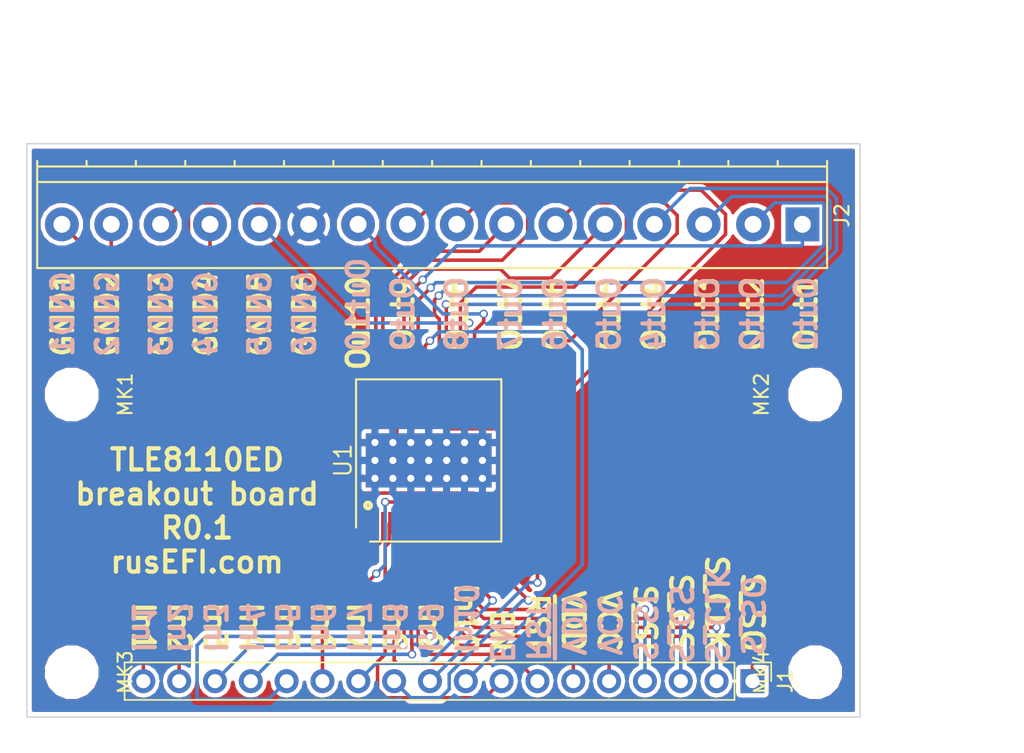
<source format=kicad_pcb>
(kicad_pcb (version 4) (host pcbnew 4.0.7)

  (general
    (links 55)
    (no_connects 0)
    (area 118.11 72.865 193.575715 125.730001)
    (thickness 1.6)
    (drawings 79)
    (tracks 309)
    (zones 0)
    (modules 7)
    (nets 35)
  )

  (page A)
  (title_block
    (title "TLE8110ED low side driver chip")
    (date 2019-01-08)
    (rev R0.1)
    (company rusEFI)
  )

  (layers
    (0 F.Cu signal)
    (31 B.Cu signal)
    (32 B.Adhes user)
    (33 F.Adhes user)
    (34 B.Paste user)
    (35 F.Paste user)
    (36 B.SilkS user)
    (37 F.SilkS user)
    (38 B.Mask user)
    (39 F.Mask user)
    (40 Dwgs.User user)
    (41 Cmts.User user)
    (42 Eco1.User user)
    (43 Eco2.User user)
    (44 Edge.Cuts user)
    (45 Margin user)
    (46 B.CrtYd user)
    (47 F.CrtYd user)
    (48 B.Fab user)
    (49 F.Fab user)
  )

  (setup
    (last_trace_width 0.25)
    (trace_clearance 0.2)
    (zone_clearance 0.3048)
    (zone_45_only no)
    (trace_min 0.2)
    (segment_width 0.2)
    (edge_width 0.1)
    (via_size 0.6)
    (via_drill 0.4)
    (via_min_size 0.4)
    (via_min_drill 0.3)
    (uvia_size 0.3)
    (uvia_drill 0.1)
    (uvias_allowed no)
    (uvia_min_size 0.2)
    (uvia_min_drill 0.1)
    (pcb_text_width 0.3)
    (pcb_text_size 1.5 1.5)
    (mod_edge_width 0.15)
    (mod_text_size 1 1)
    (mod_text_width 0.15)
    (pad_size 1.5 1.5)
    (pad_drill 0.6)
    (pad_to_mask_clearance 0)
    (aux_axis_origin 144.78 107.95)
    (grid_origin 144.78 107.95)
    (visible_elements 7FFCDFFF)
    (pcbplotparams
      (layerselection 0x010fc_80000001)
      (usegerberextensions false)
      (excludeedgelayer true)
      (linewidth 0.100000)
      (plotframeref false)
      (viasonmask false)
      (mode 1)
      (useauxorigin false)
      (hpglpennumber 1)
      (hpglpenspeed 20)
      (hpglpendiameter 15)
      (hpglpenoverlay 2)
      (psnegative false)
      (psa4output false)
      (plotreference true)
      (plotvalue true)
      (plotinvisibletext false)
      (padsonsilk false)
      (subtractmaskfromsilk false)
      (outputformat 1)
      (mirror false)
      (drillshape 0)
      (scaleselection 1)
      (outputdirectory gerbers/))
  )

  (net 0 "")
  (net 1 /In5)
  (net 2 /In4)
  (net 3 /In3)
  (net 4 /In2)
  (net 5 /In1)
  (net 6 /S_SO)
  (net 7 /S_CLK)
  (net 8 /S_CS)
  (net 9 /VCC)
  (net 10 /VDD)
  (net 11 /~RST)
  (net 12 /EN)
  (net 13 /In10)
  (net 14 /In9)
  (net 15 /In8)
  (net 16 /In7)
  (net 17 /In6)
  (net 18 /Out3)
  (net 19 /Out2)
  (net 20 /Out4)
  (net 21 /Out5)
  (net 22 /Out6)
  (net 23 /Out7)
  (net 24 /Out1)
  (net 25 /Out8)
  (net 26 /Out9)
  (net 27 /Out10)
  (net 28 /GND6)
  (net 29 /GND5)
  (net 30 /GND4)
  (net 31 /GND3)
  (net 32 /GND2)
  (net 33 /GND1)
  (net 34 /S_SI)

  (net_class Default "This is the default net class."
    (clearance 0.2)
    (trace_width 0.25)
    (via_dia 0.6)
    (via_drill 0.4)
    (uvia_dia 0.3)
    (uvia_drill 0.1)
    (add_net /EN)
    (add_net /GND1)
    (add_net /GND2)
    (add_net /GND3)
    (add_net /GND4)
    (add_net /GND5)
    (add_net /GND6)
    (add_net /In1)
    (add_net /In10)
    (add_net /In2)
    (add_net /In3)
    (add_net /In4)
    (add_net /In5)
    (add_net /In6)
    (add_net /In7)
    (add_net /In8)
    (add_net /In9)
    (add_net /Out1)
    (add_net /Out10)
    (add_net /Out2)
    (add_net /Out3)
    (add_net /Out4)
    (add_net /Out5)
    (add_net /Out6)
    (add_net /Out7)
    (add_net /Out8)
    (add_net /Out9)
    (add_net /S_CLK)
    (add_net /S_CS)
    (add_net /S_SI)
    (add_net /S_SO)
    (add_net /VCC)
    (add_net /VDD)
    (add_net /~RST)
  )

  (module Connectors_Terminal_Blocks:TerminalBlock_Pheonix_PT-3.5mm_16pol (layer F.Cu) (tedit 0) (tstamp 5C2D1B72)
    (at 174.995 88.265 180)
    (descr "16-way 3.5mm pitch terminal block, Phoenix PT series")
    (path /5C2D19ED)
    (fp_text reference J2 (at -2.805 0.635 270) (layer F.SilkS)
      (effects (font (size 1 1) (thickness 0.15)))
    )
    (fp_text value Screw_Terminal_01x16 (at 10.53 -3.175 180) (layer F.Fab)
      (effects (font (size 1 1) (thickness 0.15)))
    )
    (fp_line (start -1.9 -3.3) (end 54.4 -3.3) (layer F.CrtYd) (width 0.05))
    (fp_line (start -1.9 4.7) (end -1.9 -3.3) (layer F.CrtYd) (width 0.05))
    (fp_line (start 54.4 4.7) (end -1.9 4.7) (layer F.CrtYd) (width 0.05))
    (fp_line (start 54.4 -3.3) (end 54.4 4.7) (layer F.CrtYd) (width 0.05))
    (fp_line (start 50.75 4.1) (end 50.75 4.5) (layer F.SilkS) (width 0.15))
    (fp_line (start 47.25 4.1) (end 47.25 4.5) (layer F.SilkS) (width 0.15))
    (fp_line (start 40.25 4.1) (end 40.25 4.5) (layer F.SilkS) (width 0.15))
    (fp_line (start 43.75 4.1) (end 43.75 4.5) (layer F.SilkS) (width 0.15))
    (fp_line (start 36.75 4.1) (end 36.75 4.5) (layer F.SilkS) (width 0.15))
    (fp_line (start 33.25 4.1) (end 33.25 4.5) (layer F.SilkS) (width 0.15))
    (fp_line (start 26.25 4.1) (end 26.25 4.5) (layer F.SilkS) (width 0.15))
    (fp_line (start 29.75 4.1) (end 29.75 4.5) (layer F.SilkS) (width 0.15))
    (fp_line (start 22.75 4.1) (end 22.75 4.5) (layer F.SilkS) (width 0.15))
    (fp_line (start 8.75 4.1) (end 8.75 4.5) (layer F.SilkS) (width 0.15))
    (fp_line (start 19.25 4.1) (end 19.25 4.5) (layer F.SilkS) (width 0.15))
    (fp_line (start 15.75 4.1) (end 15.75 4.5) (layer F.SilkS) (width 0.15))
    (fp_line (start 1.75 4.1) (end 1.75 4.5) (layer F.SilkS) (width 0.15))
    (fp_line (start 5.25 4.1) (end 5.25 4.5) (layer F.SilkS) (width 0.15))
    (fp_line (start 12.25 4.1) (end 12.25 4.5) (layer F.SilkS) (width 0.15))
    (fp_line (start -1.75 3) (end 54.25 3) (layer F.SilkS) (width 0.15))
    (fp_line (start -1.75 4.1) (end 54.25 4.1) (layer F.SilkS) (width 0.15))
    (fp_line (start -1.75 -3.1) (end -1.75 4.5) (layer F.SilkS) (width 0.15))
    (fp_line (start 54.25 4.5) (end 54.25 -3.1) (layer F.SilkS) (width 0.15))
    (fp_line (start 54.25 -3.1) (end -1.75 -3.1) (layer F.SilkS) (width 0.15))
    (pad 3 thru_hole circle (at 7 0) (size 2.4 2.4) (drill 1.2) (layers *.Cu *.Mask)
      (net 18 /Out3))
    (pad 2 thru_hole circle (at 3.5 0) (size 2.4 2.4) (drill 1.2) (layers *.Cu *.Mask)
      (net 19 /Out2))
    (pad 4 thru_hole circle (at 10.5 0) (size 2.4 2.4) (drill 1.2) (layers *.Cu *.Mask)
      (net 20 /Out4))
    (pad 5 thru_hole circle (at 14 0) (size 2.4 2.4) (drill 1.2) (layers *.Cu *.Mask)
      (net 21 /Out5))
    (pad 6 thru_hole circle (at 17.5 0) (size 2.4 2.4) (drill 1.2) (layers *.Cu *.Mask)
      (net 22 /Out6))
    (pad 7 thru_hole circle (at 21 0) (size 2.4 2.4) (drill 1.2) (layers *.Cu *.Mask)
      (net 23 /Out7))
    (pad 1 thru_hole rect (at 0 0) (size 2.4 2.4) (drill 1.2) (layers *.Cu *.Mask)
      (net 24 /Out1))
    (pad 8 thru_hole circle (at 24.5 0) (size 2.4 2.4) (drill 1.2) (layers *.Cu *.Mask)
      (net 25 /Out8))
    (pad 9 thru_hole circle (at 28 0) (size 2.4 2.4) (drill 1.2) (layers *.Cu *.Mask)
      (net 26 /Out9))
    (pad 10 thru_hole circle (at 31.5 0) (size 2.4 2.4) (drill 1.2) (layers *.Cu *.Mask)
      (net 27 /Out10))
    (pad 11 thru_hole circle (at 35 0) (size 2.4 2.4) (drill 1.2) (layers *.Cu *.Mask)
      (net 28 /GND6))
    (pad 12 thru_hole circle (at 38.5 0) (size 2.4 2.4) (drill 1.2) (layers *.Cu *.Mask)
      (net 29 /GND5))
    (pad 13 thru_hole circle (at 42 0) (size 2.4 2.4) (drill 1.2) (layers *.Cu *.Mask)
      (net 30 /GND4))
    (pad 14 thru_hole circle (at 45.5 0) (size 2.4 2.4) (drill 1.2) (layers *.Cu *.Mask)
      (net 31 /GND3))
    (pad 15 thru_hole circle (at 49 0) (size 2.4 2.4) (drill 1.2) (layers *.Cu *.Mask)
      (net 32 /GND2))
    (pad 16 thru_hole circle (at 52.5 0) (size 2.4 2.4) (drill 1.2) (layers *.Cu *.Mask)
      (net 33 /GND1))
    (model Terminal_Blocks.3dshapes/TerminalBlock_Pheonix_PT-3.5mm_16pol.wrl
      (at (xyz 0 0 0))
      (scale (xyz 1 1 1))
      (rotate (xyz 0 0 0))
    )
  )

  (module Pin_Headers:Pin_Header_Straight_1x18_Pitch2.54mm (layer F.Cu) (tedit 59650532) (tstamp 5C2D1B5E)
    (at 171.45 120.65 270)
    (descr "Through hole straight pin header, 1x18, 2.54mm pitch, single row")
    (tags "Through hole pin header THT 1x18 2.54mm single row")
    (path /5C2D19AC)
    (fp_text reference J1 (at 0 -2.33 270) (layer F.SilkS)
      (effects (font (size 1 1) (thickness 0.15)))
    )
    (fp_text value Conn_01x18 (at -6.985 41.91 270) (layer F.Fab)
      (effects (font (size 1 1) (thickness 0.15)))
    )
    (fp_line (start -0.635 -1.27) (end 1.27 -1.27) (layer F.Fab) (width 0.1))
    (fp_line (start 1.27 -1.27) (end 1.27 44.45) (layer F.Fab) (width 0.1))
    (fp_line (start 1.27 44.45) (end -1.27 44.45) (layer F.Fab) (width 0.1))
    (fp_line (start -1.27 44.45) (end -1.27 -0.635) (layer F.Fab) (width 0.1))
    (fp_line (start -1.27 -0.635) (end -0.635 -1.27) (layer F.Fab) (width 0.1))
    (fp_line (start -1.33 44.51) (end 1.33 44.51) (layer F.SilkS) (width 0.12))
    (fp_line (start -1.33 1.27) (end -1.33 44.51) (layer F.SilkS) (width 0.12))
    (fp_line (start 1.33 1.27) (end 1.33 44.51) (layer F.SilkS) (width 0.12))
    (fp_line (start -1.33 1.27) (end 1.33 1.27) (layer F.SilkS) (width 0.12))
    (fp_line (start -1.33 0) (end -1.33 -1.33) (layer F.SilkS) (width 0.12))
    (fp_line (start -1.33 -1.33) (end 0 -1.33) (layer F.SilkS) (width 0.12))
    (fp_line (start -1.8 -1.8) (end -1.8 44.95) (layer F.CrtYd) (width 0.05))
    (fp_line (start -1.8 44.95) (end 1.8 44.95) (layer F.CrtYd) (width 0.05))
    (fp_line (start 1.8 44.95) (end 1.8 -1.8) (layer F.CrtYd) (width 0.05))
    (fp_line (start 1.8 -1.8) (end -1.8 -1.8) (layer F.CrtYd) (width 0.05))
    (fp_text user %R (at 0 21.59 360) (layer F.Fab)
      (effects (font (size 1 1) (thickness 0.15)))
    )
    (pad 1 thru_hole rect (at 0 0 270) (size 1.7 1.7) (drill 1) (layers *.Cu *.Mask)
      (net 6 /S_SO))
    (pad 2 thru_hole oval (at 0 2.54 270) (size 1.7 1.7) (drill 1) (layers *.Cu *.Mask)
      (net 7 /S_CLK))
    (pad 3 thru_hole oval (at 0 5.08 270) (size 1.7 1.7) (drill 1) (layers *.Cu *.Mask)
      (net 8 /S_CS))
    (pad 4 thru_hole oval (at 0 7.62 270) (size 1.7 1.7) (drill 1) (layers *.Cu *.Mask)
      (net 34 /S_SI))
    (pad 5 thru_hole oval (at 0 10.16 270) (size 1.7 1.7) (drill 1) (layers *.Cu *.Mask)
      (net 9 /VCC))
    (pad 6 thru_hole oval (at 0 12.7 270) (size 1.7 1.7) (drill 1) (layers *.Cu *.Mask)
      (net 10 /VDD))
    (pad 7 thru_hole oval (at 0 15.24 270) (size 1.7 1.7) (drill 1) (layers *.Cu *.Mask)
      (net 11 /~RST))
    (pad 8 thru_hole oval (at 0 17.78 270) (size 1.7 1.7) (drill 1) (layers *.Cu *.Mask)
      (net 12 /EN))
    (pad 9 thru_hole oval (at 0 20.32 270) (size 1.7 1.7) (drill 1) (layers *.Cu *.Mask)
      (net 13 /In10))
    (pad 10 thru_hole oval (at 0 22.86 270) (size 1.7 1.7) (drill 1) (layers *.Cu *.Mask)
      (net 14 /In9))
    (pad 11 thru_hole oval (at 0 25.4 270) (size 1.7 1.7) (drill 1) (layers *.Cu *.Mask)
      (net 15 /In8))
    (pad 12 thru_hole oval (at 0 27.94 270) (size 1.7 1.7) (drill 1) (layers *.Cu *.Mask)
      (net 16 /In7))
    (pad 13 thru_hole oval (at 0 30.48 270) (size 1.7 1.7) (drill 1) (layers *.Cu *.Mask)
      (net 17 /In6))
    (pad 14 thru_hole oval (at 0 33.02 270) (size 1.7 1.7) (drill 1) (layers *.Cu *.Mask)
      (net 1 /In5))
    (pad 15 thru_hole oval (at 0 35.56 270) (size 1.7 1.7) (drill 1) (layers *.Cu *.Mask)
      (net 2 /In4))
    (pad 16 thru_hole oval (at 0 38.1 270) (size 1.7 1.7) (drill 1) (layers *.Cu *.Mask)
      (net 3 /In3))
    (pad 17 thru_hole oval (at 0 40.64 270) (size 1.7 1.7) (drill 1) (layers *.Cu *.Mask)
      (net 4 /In2))
    (pad 18 thru_hole oval (at 0 43.18 270) (size 1.7 1.7) (drill 1) (layers *.Cu *.Mask)
      (net 5 /In1))
    (model ${KISYS3DMOD}/Pin_Headers.3dshapes/Pin_Header_Straight_1x18_Pitch2.54mm.wrl
      (at (xyz 0 0 0))
      (scale (xyz 1 1 1))
      (rotate (xyz 0 0 0))
    )
  )

  (module TLE8110ED:PG-DSO-36-72 (layer F.Cu) (tedit 5C2CDF8A) (tstamp 5C2D1BAF)
    (at 148.5011 105.0036)
    (path /5C2D1911)
    (fp_text reference U1 (at -6.075 0 90) (layer F.SilkS)
      (effects (font (size 1.2 1.2) (thickness 0.15)))
    )
    (fp_text value TLE8110ED (at 0.5 2.8) (layer F.Fab)
      (effects (font (size 0.8 0.7) (thickness 0.12)))
    )
    (fp_circle (center -4.3 3.19) (end -4.5 3.19) (layer F.SilkS) (width 0.3))
    (fp_line (start -5.15 -5.75) (end -5.15 4.75) (layer F.SilkS) (width 0.15))
    (fp_line (start -4.15 5.75) (end 5.15 5.75) (layer F.SilkS) (width 0.15))
    (fp_line (start 5.15 5.75) (end 5.15 -5.75) (layer F.SilkS) (width 0.15))
    (fp_line (start 5.15 -5.75) (end -5.15 -5.75) (layer F.SilkS) (width 0.15))
    (pad 36 smd rect (at -4.25 -4.45) (size 0.25 1.6) (layers F.Cu F.Paste F.Mask)
      (net 30 /GND4))
    (pad 1 smd rect (at -4.25 4.45) (size 0.25 1.6) (layers F.Cu F.Paste F.Mask)
      (net 33 /GND1))
    (pad 35 smd rect (at -3.75 -4.45) (size 0.25 1.6) (layers F.Cu F.Paste F.Mask)
      (net 23 /Out7))
    (pad 2 smd rect (at -3.75 4.45) (size 0.25 1.6) (layers F.Cu F.Paste F.Mask)
      (net 5 /In1))
    (pad 34 smd rect (at -3.25 -4.45) (size 0.25 1.6) (layers F.Cu F.Paste F.Mask)
      (net 25 /Out8))
    (pad 3 smd rect (at -3.25 4.45) (size 0.25 1.6) (layers F.Cu F.Paste F.Mask)
      (net 4 /In2))
    (pad 33 smd rect (at -2.75 -4.45) (size 0.25 1.6) (layers F.Cu F.Paste F.Mask))
    (pad 4 smd rect (at -2.75 4.45) (size 0.25 1.6) (layers F.Cu F.Paste F.Mask)
      (net 12 /EN))
    (pad 32 smd rect (at -2.25 -4.45) (size 0.25 1.6) (layers F.Cu F.Paste F.Mask)
      (net 28 /GND6))
    (pad 5 smd rect (at -2.25 4.45) (size 0.25 1.6) (layers F.Cu F.Paste F.Mask)
      (net 11 /~RST))
    (pad 31 smd rect (at -1.75 -4.45) (size 0.25 1.6) (layers F.Cu F.Paste F.Mask)
      (net 21 /Out5))
    (pad 6 smd rect (at -1.75 4.45) (size 0.25 1.6) (layers F.Cu F.Paste F.Mask)
      (net 3 /In3))
    (pad 30 smd rect (at -1.25 -4.45) (size 0.25 1.6) (layers F.Cu F.Paste F.Mask)
      (net 24 /Out1))
    (pad 7 smd rect (at -1.25 4.45) (size 0.25 1.6) (layers F.Cu F.Paste F.Mask)
      (net 2 /In4))
    (pad 29 smd rect (at -0.75 -4.45) (size 0.25 1.6) (layers F.Cu F.Paste F.Mask)
      (net 19 /Out2))
    (pad 8 smd rect (at -0.75 4.45) (size 0.25 1.6) (layers F.Cu F.Paste F.Mask)
      (net 10 /VDD))
    (pad 28 smd rect (at -0.25 -4.45) (size 0.25 1.6) (layers F.Cu F.Paste F.Mask)
      (net 13 /In10))
    (pad 9 smd rect (at -0.25 4.45) (size 0.25 1.6) (layers F.Cu F.Paste F.Mask)
      (net 1 /In5))
    (pad 27 smd rect (at 0.25 -4.45) (size 0.25 1.6) (layers F.Cu F.Paste F.Mask)
      (net 14 /In9))
    (pad 10 smd rect (at 0.25 4.45) (size 0.25 1.6) (layers F.Cu F.Paste F.Mask)
      (net 9 /VCC))
    (pad 26 smd rect (at 0.75 -4.45) (size 0.25 1.6) (layers F.Cu F.Paste F.Mask)
      (net 18 /Out3))
    (pad 11 smd rect (at 0.75 4.45) (size 0.25 1.6) (layers F.Cu F.Paste F.Mask)
      (net 6 /S_SO))
    (pad 25 smd rect (at 1.25 -4.45) (size 0.25 1.6) (layers F.Cu F.Paste F.Mask)
      (net 20 /Out4))
    (pad 12 smd rect (at 1.25 4.45) (size 0.25 1.6) (layers F.Cu F.Paste F.Mask)
      (net 7 /S_CLK))
    (pad 24 smd rect (at 1.75 -4.45) (size 0.25 1.6) (layers F.Cu F.Paste F.Mask)
      (net 22 /Out6))
    (pad 13 smd rect (at 1.75 4.45) (size 0.25 1.6) (layers F.Cu F.Paste F.Mask)
      (net 8 /S_CS))
    (pad 23 smd rect (at 2.25 -4.45) (size 0.25 1.6) (layers F.Cu F.Paste F.Mask)
      (net 29 /GND5))
    (pad 14 smd rect (at 2.25 4.45) (size 0.25 1.6) (layers F.Cu F.Paste F.Mask)
      (net 34 /S_SI))
    (pad 22 smd rect (at 2.75 -4.45) (size 0.25 1.6) (layers F.Cu F.Paste F.Mask))
    (pad 15 smd rect (at 2.75 4.45) (size 0.25 1.6) (layers F.Cu F.Paste F.Mask)
      (net 17 /In6))
    (pad 21 smd rect (at 3.25 -4.45) (size 0.25 1.6) (layers F.Cu F.Paste F.Mask)
      (net 27 /Out10))
    (pad 16 smd rect (at 3.25 4.45) (size 0.25 1.6) (layers F.Cu F.Paste F.Mask)
      (net 16 /In7))
    (pad 20 smd rect (at 3.75 -4.45) (size 0.25 1.6) (layers F.Cu F.Paste F.Mask)
      (net 26 /Out9))
    (pad 17 smd rect (at 3.75 4.45) (size 0.25 1.6) (layers F.Cu F.Paste F.Mask)
      (net 15 /In8))
    (pad 19 smd rect (at 4.25 -4.45) (size 0.25 1.6) (layers F.Cu F.Paste F.Mask)
      (net 31 /GND3))
    (pad 18 smd rect (at 4.25 4.45) (size 0.25 1.6) (layers F.Cu F.Paste F.Mask)
      (net 32 /GND2))
    (pad 37 thru_hole rect (at 3.81 0) (size 1.3 1.3) (drill 0.508) (layers *.Cu *.Mask)
      (net 28 /GND6))
    (pad 37 thru_hole rect (at -3.81 0) (size 1.3 1.3) (drill 0.508) (layers *.Cu *.Mask)
      (net 28 /GND6))
    (pad 37 thru_hole rect (at -2.54 0) (size 1.3 1.3) (drill 0.508) (layers *.Cu *.Mask)
      (net 28 /GND6))
    (pad 37 thru_hole rect (at -1.27 0) (size 1.3 1.3) (drill 0.508) (layers *.Cu *.Mask)
      (net 28 /GND6))
    (pad 37 thru_hole rect (at 0 0) (size 1.3 1.3) (drill 0.508) (layers *.Cu *.Mask)
      (net 28 /GND6))
    (pad 37 thru_hole rect (at 1.27 0) (size 1.3 1.3) (drill 0.508) (layers *.Cu *.Mask)
      (net 28 /GND6))
    (pad 37 thru_hole rect (at 2.54 0) (size 1.3 1.3) (drill 0.508) (layers *.Cu *.Mask)
      (net 28 /GND6))
    (pad 37 thru_hole rect (at 3.81 1.27) (size 1.3 1.3) (drill 0.508) (layers *.Cu *.Mask)
      (net 28 /GND6))
    (pad 37 thru_hole rect (at -3.81 1.27) (size 1.3 1.3) (drill 0.508) (layers *.Cu *.Mask)
      (net 28 /GND6))
    (pad 37 thru_hole rect (at -2.54 1.27) (size 1.3 1.3) (drill 0.508) (layers *.Cu *.Mask)
      (net 28 /GND6))
    (pad 37 thru_hole rect (at -1.27 1.27) (size 1.3 1.3) (drill 0.508) (layers *.Cu *.Mask)
      (net 28 /GND6))
    (pad 37 thru_hole rect (at 0 1.27) (size 1.3 1.3) (drill 0.508) (layers *.Cu *.Mask)
      (net 28 /GND6))
    (pad 37 thru_hole rect (at 1.27 1.27) (size 1.3 1.3) (drill 0.508) (layers *.Cu *.Mask)
      (net 28 /GND6))
    (pad 37 thru_hole rect (at 2.54 1.27) (size 1.3 1.3) (drill 0.508) (layers *.Cu *.Mask)
      (net 28 /GND6))
    (pad 37 thru_hole rect (at -3.81 -1.27) (size 1.3 1.3) (drill 0.508) (layers *.Cu *.Mask)
      (net 28 /GND6))
    (pad 37 thru_hole rect (at 3.81 -1.27) (size 1.3 1.3) (drill 0.508) (layers *.Cu *.Mask)
      (net 28 /GND6))
    (pad 37 thru_hole rect (at -2.54 -1.27) (size 1.3 1.3) (drill 0.508) (layers *.Cu *.Mask)
      (net 28 /GND6))
    (pad 37 thru_hole rect (at -1.27 -1.27) (size 1.3 1.3) (drill 0.508) (layers *.Cu *.Mask)
      (net 28 /GND6))
    (pad 37 thru_hole rect (at 0 -1.27) (size 1.3 1.3) (drill 0.508) (layers *.Cu *.Mask)
      (net 28 /GND6))
    (pad 37 thru_hole rect (at 1.27 -1.27) (size 1.3 1.3) (drill 0.508) (layers *.Cu *.Mask)
      (net 28 /GND6))
    (pad 37 thru_hole rect (at 2.54 -1.27) (size 1.3 1.3) (drill 0.508) (layers *.Cu *.Mask)
      (net 28 /GND6))
  )

  (module Mounting_Holes:MountingHole_3.2mm_M3_DIN965 (layer F.Cu) (tedit 56D1B4CB) (tstamp 5C2E7576)
    (at 123.19 100.33 270)
    (descr "Mounting Hole 3.2mm, no annular, M3, DIN965")
    (tags "mounting hole 3.2mm no annular m3 din965")
    (path /5C2E7411)
    (fp_text reference MK1 (at 0 -3.8 270) (layer F.SilkS)
      (effects (font (size 1 1) (thickness 0.15)))
    )
    (fp_text value Mounting_Hole (at 0 3.8 270) (layer F.Fab)
      (effects (font (size 1 1) (thickness 0.15)))
    )
    (fp_circle (center 0 0) (end 2.8 0) (layer Cmts.User) (width 0.15))
    (fp_circle (center 0 0) (end 3.05 0) (layer F.CrtYd) (width 0.05))
    (pad 1 np_thru_hole circle (at 0 0 270) (size 3.2 3.2) (drill 3.2) (layers *.Cu *.Mask))
  )

  (module Mounting_Holes:MountingHole_3.2mm_M3_DIN965 (layer F.Cu) (tedit 56D1B4CB) (tstamp 5C2E757B)
    (at 175.895 100.33 90)
    (descr "Mounting Hole 3.2mm, no annular, M3, DIN965")
    (tags "mounting hole 3.2mm no annular m3 din965")
    (path /5C2E7487)
    (fp_text reference MK2 (at 0 -3.8 90) (layer F.SilkS)
      (effects (font (size 1 1) (thickness 0.15)))
    )
    (fp_text value Mounting_Hole (at 0 3.8 90) (layer F.Fab)
      (effects (font (size 1 1) (thickness 0.15)))
    )
    (fp_circle (center 0 0) (end 2.8 0) (layer Cmts.User) (width 0.15))
    (fp_circle (center 0 0) (end 3.05 0) (layer F.CrtYd) (width 0.05))
    (pad 1 np_thru_hole circle (at 0 0 90) (size 3.2 3.2) (drill 3.2) (layers *.Cu *.Mask))
  )

  (module Mounting_Holes:MountingHole_3.2mm_M3_DIN965 (layer F.Cu) (tedit 56D1B4CB) (tstamp 5C2E7580)
    (at 123.19 120.015 270)
    (descr "Mounting Hole 3.2mm, no annular, M3, DIN965")
    (tags "mounting hole 3.2mm no annular m3 din965")
    (path /5C2E7432)
    (fp_text reference MK3 (at 0 -3.8 270) (layer F.SilkS)
      (effects (font (size 1 1) (thickness 0.15)))
    )
    (fp_text value Mounting_Hole (at 0 3.8 270) (layer F.Fab)
      (effects (font (size 1 1) (thickness 0.15)))
    )
    (fp_circle (center 0 0) (end 2.8 0) (layer Cmts.User) (width 0.15))
    (fp_circle (center 0 0) (end 3.05 0) (layer F.CrtYd) (width 0.05))
    (pad 1 np_thru_hole circle (at 0 0 270) (size 3.2 3.2) (drill 3.2) (layers *.Cu *.Mask))
  )

  (module Mounting_Holes:MountingHole_3.2mm_M3_DIN965 (layer F.Cu) (tedit 56D1B4CB) (tstamp 5C2E7585)
    (at 175.895 120.015 90)
    (descr "Mounting Hole 3.2mm, no annular, M3, DIN965")
    (tags "mounting hole 3.2mm no annular m3 din965")
    (path /5C2E74A8)
    (fp_text reference MK4 (at 0 -3.8 90) (layer F.SilkS)
      (effects (font (size 1 1) (thickness 0.15)))
    )
    (fp_text value Mounting_Hole (at 0 3.8 90) (layer F.Fab)
      (effects (font (size 1 1) (thickness 0.15)))
    )
    (fp_circle (center 0 0) (end 2.8 0) (layer Cmts.User) (width 0.15))
    (fp_circle (center 0 0) (end 3.05 0) (layer F.CrtYd) (width 0.05))
    (pad 1 np_thru_hole circle (at 0 0 90) (size 3.2 3.2) (drill 3.2) (layers *.Cu *.Mask))
  )

  (gr_text S_SO (at 171.45 113.03 270) (layer B.SilkS)
    (effects (font (size 1.5 1.5) (thickness 0.3)) (justify right mirror))
  )
  (gr_text S_CLK (at 168.91 112.395 270) (layer B.SilkS)
    (effects (font (size 1.5 1.5) (thickness 0.3)) (justify right mirror))
  )
  (gr_text S_CS (at 166.37 113.665 270) (layer B.SilkS)
    (effects (font (size 1.5 1.5) (thickness 0.3)) (justify right mirror))
  )
  (gr_text S_SI (at 163.83 114.3 270) (layer B.SilkS)
    (effects (font (size 1.5 1.5) (thickness 0.3)) (justify right mirror))
  )
  (gr_text VCC (at 161.29 114.3 270) (layer B.SilkS)
    (effects (font (size 1.5 1.5) (thickness 0.3)) (justify right mirror))
  )
  (gr_text VDD (at 158.75 114.3 270) (layer B.SilkS)
    (effects (font (size 1.5 1.5) (thickness 0.3)) (justify right mirror))
  )
  (gr_text ~RST (at 156.21 114.935 270) (layer B.SilkS)
    (effects (font (size 1.5 1.5) (thickness 0.3)) (justify right mirror))
  )
  (gr_text EN (at 153.67 116.205 270) (layer B.SilkS)
    (effects (font (size 1.5 1.5) (thickness 0.3)) (justify right mirror))
  )
  (gr_text In10 (at 151.13 116.205 270) (layer B.SilkS)
    (effects (font (size 1.5 1.5) (thickness 0.3)) (justify mirror))
  )
  (gr_text In9 (at 148.59 116.84 270) (layer B.SilkS)
    (effects (font (size 1.5 1.5) (thickness 0.3)) (justify mirror))
  )
  (gr_text In8 (at 146.05 116.84 270) (layer B.SilkS)
    (effects (font (size 1.5 1.5) (thickness 0.3)) (justify mirror))
  )
  (gr_text In7 (at 143.51 116.84 270) (layer B.SilkS)
    (effects (font (size 1.5 1.5) (thickness 0.3)) (justify mirror))
  )
  (gr_text In6 (at 140.97 116.84 270) (layer B.SilkS)
    (effects (font (size 1.5 1.5) (thickness 0.3)) (justify mirror))
  )
  (gr_text In5 (at 138.43 116.84 270) (layer B.SilkS)
    (effects (font (size 1.5 1.5) (thickness 0.3)) (justify mirror))
  )
  (gr_text In4 (at 135.89 116.84 270) (layer B.SilkS)
    (effects (font (size 1.5 1.5) (thickness 0.3)) (justify mirror))
  )
  (gr_text In3 (at 133.35 116.84 270) (layer B.SilkS)
    (effects (font (size 1.5 1.5) (thickness 0.3)) (justify mirror))
  )
  (gr_text In2 (at 130.81 116.84 270) (layer B.SilkS)
    (effects (font (size 1.5 1.5) (thickness 0.3)) (justify mirror))
  )
  (gr_text In1 (at 128.27 116.84 270) (layer B.SilkS)
    (effects (font (size 1.5 1.5) (thickness 0.3)) (justify mirror))
  )
  (gr_text GND1 (at 122.555 94.615 90) (layer B.SilkS) (tstamp 5C354745)
    (effects (font (size 1.5 1.5) (thickness 0.3)) (justify mirror))
  )
  (gr_text GND2 (at 125.73 94.615 90) (layer B.SilkS) (tstamp 5C354744)
    (effects (font (size 1.5 1.5) (thickness 0.3)) (justify mirror))
  )
  (gr_text GND3 (at 129.54 94.615 90) (layer B.SilkS) (tstamp 5C354743)
    (effects (font (size 1.5 1.5) (thickness 0.3)) (justify mirror))
  )
  (gr_text GND4 (at 132.715 94.615 90) (layer B.SilkS) (tstamp 5C354742)
    (effects (font (size 1.5 1.5) (thickness 0.3)) (justify mirror))
  )
  (gr_text GND5 (at 136.525 94.615 90) (layer B.SilkS) (tstamp 5C354741)
    (effects (font (size 1.5 1.5) (thickness 0.3)) (justify mirror))
  )
  (gr_text GND6 (at 139.7 94.615 90) (layer B.SilkS) (tstamp 5C354740)
    (effects (font (size 1.5 1.5) (thickness 0.3)) (justify mirror))
  )
  (gr_text Out6 (at 157.48 94.615 90) (layer B.SilkS) (tstamp 5C35473F)
    (effects (font (size 1.5 1.5) (thickness 0.3)) (justify mirror))
  )
  (gr_text Out5 (at 161.29 94.615 90) (layer B.SilkS) (tstamp 5C35473E)
    (effects (font (size 1.5 1.5) (thickness 0.3)) (justify mirror))
  )
  (gr_text Out4 (at 164.465 94.615 90) (layer B.SilkS) (tstamp 5C35473D)
    (effects (font (size 1.5 1.5) (thickness 0.3)) (justify mirror))
  )
  (gr_text Out3 (at 168.275 94.615 90) (layer B.SilkS) (tstamp 5C35473C)
    (effects (font (size 1.5 1.5) (thickness 0.3)) (justify mirror))
  )
  (gr_text Out2 (at 171.45 94.615 90) (layer B.SilkS) (tstamp 5C35473B)
    (effects (font (size 1.5 1.5) (thickness 0.3)) (justify mirror))
  )
  (gr_text Out1 (at 175.26 94.615 90) (layer B.SilkS) (tstamp 5C35473A)
    (effects (font (size 1.5 1.5) (thickness 0.3)) (justify mirror))
  )
  (gr_text Out7 (at 154.305 94.615 90) (layer B.SilkS) (tstamp 5C354739)
    (effects (font (size 1.5 1.5) (thickness 0.3)) (justify mirror))
  )
  (gr_text Out8 (at 150.495 94.615 90) (layer B.SilkS) (tstamp 5C354738)
    (effects (font (size 1.5 1.5) (thickness 0.3)) (justify mirror))
  )
  (gr_text Out9 (at 146.685 94.615 90) (layer B.SilkS) (tstamp 5C354737)
    (effects (font (size 1.5 1.5) (thickness 0.3)) (justify mirror))
  )
  (gr_text Out10 (at 143.51 93.98 90) (layer B.SilkS) (tstamp 5C354736)
    (effects (font (size 1.5 1.5) (thickness 0.3)) (justify mirror))
  )
  (gr_text "TLE8110ED\nbreakout board\nR0.1\nrusEFI.com" (at 132.08 108.585) (layer F.SilkS)
    (effects (font (size 1.5 1.5) (thickness 0.3)))
  )
  (dimension 40.64 (width 0.3) (layer Dwgs.User)
    (gr_text "1.6000 in" (at 188.04 102.87 270) (layer Dwgs.User)
      (effects (font (size 1.5 1.5) (thickness 0.3)))
    )
    (feature1 (pts (xy 185.42 123.19) (xy 189.39 123.19)))
    (feature2 (pts (xy 185.42 82.55) (xy 189.39 82.55)))
    (crossbar (pts (xy 186.69 82.55) (xy 186.69 123.19)))
    (arrow1a (pts (xy 186.69 123.19) (xy 186.103579 122.063496)))
    (arrow1b (pts (xy 186.69 123.19) (xy 187.276421 122.063496)))
    (arrow2a (pts (xy 186.69 82.55) (xy 186.103579 83.676504)))
    (arrow2b (pts (xy 186.69 82.55) (xy 187.276421 83.676504)))
  )
  (dimension 59.055 (width 0.3) (layer Dwgs.User)
    (gr_text "2.3250 in" (at 149.5425 74.215) (layer Dwgs.User)
      (effects (font (size 1.5 1.5) (thickness 0.3)))
    )
    (feature1 (pts (xy 179.07 76.835) (xy 179.07 72.865)))
    (feature2 (pts (xy 120.015 76.835) (xy 120.015 72.865)))
    (crossbar (pts (xy 120.015 75.565) (xy 179.07 75.565)))
    (arrow1a (pts (xy 179.07 75.565) (xy 177.943496 76.151421)))
    (arrow1b (pts (xy 179.07 75.565) (xy 177.943496 74.978579)))
    (arrow2a (pts (xy 120.015 75.565) (xy 121.141504 76.151421)))
    (arrow2b (pts (xy 120.015 75.565) (xy 121.141504 74.978579)))
  )
  (dimension 59.055 (width 0.3) (layer Dwgs.User)
    (gr_text "59.055 mm" (at 149.5425 78.025) (layer Dwgs.User)
      (effects (font (size 1.5 1.5) (thickness 0.3)))
    )
    (feature1 (pts (xy 179.07 81.915) (xy 179.07 76.675)))
    (feature2 (pts (xy 120.015 81.915) (xy 120.015 76.675)))
    (crossbar (pts (xy 120.015 79.375) (xy 179.07 79.375)))
    (arrow1a (pts (xy 179.07 79.375) (xy 177.943496 79.961421)))
    (arrow1b (pts (xy 179.07 79.375) (xy 177.943496 78.788579)))
    (arrow2a (pts (xy 120.015 79.375) (xy 121.141504 79.961421)))
    (arrow2b (pts (xy 120.015 79.375) (xy 121.141504 78.788579)))
  )
  (dimension 40.64 (width 0.3) (layer Dwgs.User)
    (gr_text "40.640 mm" (at 184.23 102.87 270) (layer Dwgs.User)
      (effects (font (size 1.5 1.5) (thickness 0.3)))
    )
    (feature1 (pts (xy 180.34 123.19) (xy 185.58 123.19)))
    (feature2 (pts (xy 180.34 82.55) (xy 185.58 82.55)))
    (crossbar (pts (xy 182.88 82.55) (xy 182.88 123.19)))
    (arrow1a (pts (xy 182.88 123.19) (xy 182.293579 122.063496)))
    (arrow1b (pts (xy 182.88 123.19) (xy 183.466421 122.063496)))
    (arrow2a (pts (xy 182.88 82.55) (xy 182.293579 83.676504)))
    (arrow2b (pts (xy 182.88 82.55) (xy 183.466421 83.676504)))
  )
  (gr_line (start 179.07 123.19) (end 178.435 123.19) (layer Edge.Cuts) (width 0.1))
  (gr_line (start 178.435 82.55) (end 179.07 82.55) (layer Edge.Cuts) (width 0.1))
  (gr_text S_SO (at 171.45 118.745 270) (layer F.SilkS) (tstamp 5C2E722C)
    (effects (font (size 1.5 1.5) (thickness 0.3)) (justify right))
  )
  (gr_text S_CLK (at 168.91 118.745 270) (layer F.SilkS) (tstamp 5C2E7229)
    (effects (font (size 1.5 1.5) (thickness 0.3)) (justify right))
  )
  (gr_text S_CS (at 166.37 118.745 270) (layer F.SilkS) (tstamp 5C2E7227)
    (effects (font (size 1.5 1.5) (thickness 0.3)) (justify right))
  )
  (gr_text S_SI (at 163.83 118.745 270) (layer F.SilkS) (tstamp 5C2E7221)
    (effects (font (size 1.5 1.5) (thickness 0.3)) (justify right))
  )
  (gr_text VCC (at 161.29 118.745 270) (layer F.SilkS) (tstamp 5C2E721F)
    (effects (font (size 1.5 1.5) (thickness 0.3)) (justify right))
  )
  (gr_text VDD (at 158.75 118.745 270) (layer F.SilkS) (tstamp 5C2E7209)
    (effects (font (size 1.5 1.5) (thickness 0.3)) (justify right))
  )
  (gr_text ~RST (at 156.21 118.745 270) (layer F.SilkS) (tstamp 5C2E71B6)
    (effects (font (size 1.5 1.5) (thickness 0.3)) (justify right))
  )
  (gr_text EN (at 153.67 118.745 270) (layer F.SilkS) (tstamp 5C2E71B3)
    (effects (font (size 1.5 1.5) (thickness 0.3)) (justify right))
  )
  (gr_text In10 (at 151.13 116.205 270) (layer F.SilkS) (tstamp 5C2E71B1)
    (effects (font (size 1.5 1.5) (thickness 0.3)))
  )
  (gr_text In9 (at 148.59 116.84 270) (layer F.SilkS) (tstamp 5C2E71AC)
    (effects (font (size 1.5 1.5) (thickness 0.3)))
  )
  (gr_text In8 (at 146.05 116.84 270) (layer F.SilkS) (tstamp 5C2E71A9)
    (effects (font (size 1.5 1.5) (thickness 0.3)))
  )
  (gr_text In7 (at 143.51 116.84 270) (layer F.SilkS) (tstamp 5C2E71A7)
    (effects (font (size 1.5 1.5) (thickness 0.3)))
  )
  (gr_text In6 (at 140.97 116.84 270) (layer F.SilkS) (tstamp 5C2E71A5)
    (effects (font (size 1.5 1.5) (thickness 0.3)))
  )
  (gr_text In5 (at 138.43 116.84 270) (layer F.SilkS) (tstamp 5C2E71A2)
    (effects (font (size 1.5 1.5) (thickness 0.3)))
  )
  (gr_text In4 (at 135.89 116.84 270) (layer F.SilkS) (tstamp 5C2E71A0)
    (effects (font (size 1.5 1.5) (thickness 0.3)))
  )
  (gr_text In3 (at 133.35 116.84 270) (layer F.SilkS) (tstamp 5C2E719E)
    (effects (font (size 1.5 1.5) (thickness 0.3)))
  )
  (gr_text In2 (at 130.81 116.84 270) (layer F.SilkS) (tstamp 5C2E719A)
    (effects (font (size 1.5 1.5) (thickness 0.3)))
  )
  (gr_text In1 (at 128.27 116.84 270) (layer F.SilkS) (tstamp 5C2E7182)
    (effects (font (size 1.5 1.5) (thickness 0.3)))
  )
  (gr_text Out10 (at 143.51 95.25 90) (layer F.SilkS) (tstamp 5C2E7121)
    (effects (font (size 1.5 1.5) (thickness 0.3)))
  )
  (gr_text Out9 (at 146.685 94.615 90) (layer F.SilkS) (tstamp 5C2E711F)
    (effects (font (size 1.5 1.5) (thickness 0.3)))
  )
  (gr_text Out8 (at 150.495 94.615 90) (layer F.SilkS) (tstamp 5C2E711A)
    (effects (font (size 1.5 1.5) (thickness 0.3)))
  )
  (gr_text Out7 (at 154.305 94.615 90) (layer F.SilkS) (tstamp 5C2E7116)
    (effects (font (size 1.5 1.5) (thickness 0.3)))
  )
  (gr_text Out1 (at 175.26 94.615 90) (layer F.SilkS) (tstamp 5C2E7111)
    (effects (font (size 1.5 1.5) (thickness 0.3)))
  )
  (gr_text Out2 (at 171.45 94.615 90) (layer F.SilkS) (tstamp 5C2E710E)
    (effects (font (size 1.5 1.5) (thickness 0.3)))
  )
  (gr_text Out3 (at 168.275 94.615 90) (layer F.SilkS) (tstamp 5C2E710C)
    (effects (font (size 1.5 1.5) (thickness 0.3)))
  )
  (gr_text Out4 (at 164.465 94.615 90) (layer F.SilkS) (tstamp 5C2E7107)
    (effects (font (size 1.5 1.5) (thickness 0.3)))
  )
  (gr_text Out5 (at 161.29 94.615 90) (layer F.SilkS) (tstamp 5C2E7104)
    (effects (font (size 1.5 1.5) (thickness 0.3)))
  )
  (gr_text Out6 (at 157.48 94.615 90) (layer F.SilkS) (tstamp 5C2E70F6)
    (effects (font (size 1.5 1.5) (thickness 0.3)))
  )
  (gr_text GND6 (at 139.7 94.615 90) (layer F.SilkS) (tstamp 5C2E70CB)
    (effects (font (size 1.5 1.5) (thickness 0.3)))
  )
  (gr_text GND5 (at 136.525 94.615 90) (layer F.SilkS) (tstamp 5C2E70C6)
    (effects (font (size 1.5 1.5) (thickness 0.3)))
  )
  (gr_text GND4 (at 132.715 94.615 90) (layer F.SilkS) (tstamp 5C2E70B7)
    (effects (font (size 1.5 1.5) (thickness 0.3)))
  )
  (gr_text GND3 (at 129.54 94.615 90) (layer F.SilkS) (tstamp 5C2E70B2)
    (effects (font (size 1.5 1.5) (thickness 0.3)))
  )
  (gr_text GND2 (at 125.73 94.615 90) (layer F.SilkS) (tstamp 5C2E70AD)
    (effects (font (size 1.5 1.5) (thickness 0.3)))
  )
  (gr_text GND1 (at 122.555 94.615 90) (layer F.SilkS)
    (effects (font (size 1.5 1.5) (thickness 0.3)))
  )
  (gr_line (start 120.015 123.19) (end 120.015 82.55) (layer Edge.Cuts) (width 0.1))
  (gr_line (start 178.435 123.19) (end 120.015 123.19) (layer Edge.Cuts) (width 0.1))
  (gr_line (start 179.07 82.55) (end 179.07 123.19) (layer Edge.Cuts) (width 0.1))
  (gr_line (start 120.015 82.55) (end 178.435 82.55) (layer Edge.Cuts) (width 0.1))

  (segment (start 132.08 118.11) (end 132.715 117.475) (width 0.25) (layer B.Cu) (net 1))
  (segment (start 132.08 121.92) (end 132.08 118.11) (width 0.25) (layer B.Cu) (net 1))
  (segment (start 137.16 121.92) (end 132.08 121.92) (width 0.25) (layer B.Cu) (net 1))
  (segment (start 138.43 120.65) (end 137.16 121.92) (width 0.25) (layer B.Cu) (net 1))
  (segment (start 148.2511 117.1361) (end 148.290001 117.175001) (width 0.25) (layer F.Cu) (net 1))
  (segment (start 148.290001 117.175001) (end 148.59 117.475) (width 0.25) (layer F.Cu) (net 1))
  (segment (start 148.2511 109.4536) (end 148.2511 117.1361) (width 0.25) (layer F.Cu) (net 1))
  (segment (start 132.715 117.475) (end 148.59 117.475) (width 0.25) (layer B.Cu) (net 1))
  (via (at 148.59 117.475) (size 0.6) (drill 0.4) (layers F.Cu B.Cu) (net 1))
  (segment (start 147.319988 118.320736) (end 147.319988 118.745) (width 0.25) (layer F.Cu) (net 2))
  (segment (start 147.2511 109.4536) (end 147.2511 117.407511) (width 0.25) (layer F.Cu) (net 2))
  (segment (start 147.319988 118.111399) (end 147.319988 118.320736) (width 0.25) (layer F.Cu) (net 2))
  (segment (start 147.301089 117.4575) (end 147.301089 118.0925) (width 0.25) (layer F.Cu) (net 2))
  (segment (start 147.2511 117.407511) (end 147.301089 117.4575) (width 0.25) (layer F.Cu) (net 2))
  (segment (start 147.301089 118.0925) (end 147.319988 118.111399) (width 0.25) (layer F.Cu) (net 2))
  (segment (start 146.895724 118.745) (end 147.319988 118.745) (width 0.25) (layer B.Cu) (net 2))
  (segment (start 135.89 120.65) (end 137.795 118.745) (width 0.25) (layer B.Cu) (net 2))
  (segment (start 137.795 118.745) (end 146.895724 118.745) (width 0.25) (layer B.Cu) (net 2))
  (via (at 147.319988 118.745) (size 0.6) (drill 0.4) (layers F.Cu B.Cu) (net 2))
  (segment (start 147.32 118.745) (end 147.319988 118.745) (width 0.25) (layer B.Cu) (net 2))
  (via (at 146.67633 118.110246) (size 0.6) (drill 0.4) (layers F.Cu B.Cu) (net 3))
  (segment (start 146.7511 109.4536) (end 146.7511 118.035476) (width 0.25) (layer F.Cu) (net 3))
  (segment (start 135.889754 118.110246) (end 146.252066 118.110246) (width 0.25) (layer B.Cu) (net 3))
  (segment (start 133.35 120.65) (end 135.889754 118.110246) (width 0.25) (layer B.Cu) (net 3))
  (segment (start 146.7511 118.035476) (end 146.67633 118.110246) (width 0.25) (layer F.Cu) (net 3))
  (segment (start 146.252066 118.110246) (end 146.67633 118.110246) (width 0.25) (layer B.Cu) (net 3))
  (segment (start 130.81 120.65) (end 130.81 117.475) (width 0.25) (layer F.Cu) (net 4))
  (segment (start 130.81 117.475) (end 132.264991 116.020009) (width 0.25) (layer F.Cu) (net 4))
  (segment (start 132.264991 116.020009) (end 139.871101 116.020009) (width 0.25) (layer F.Cu) (net 4))
  (segment (start 139.871101 116.020009) (end 145.2511 110.64001) (width 0.25) (layer F.Cu) (net 4))
  (segment (start 145.2511 110.64001) (end 145.2511 110.5036) (width 0.25) (layer F.Cu) (net 4))
  (segment (start 145.2511 110.5036) (end 145.2511 109.4536) (width 0.25) (layer F.Cu) (net 4))
  (segment (start 129.54 115.57) (end 128.27 116.84) (width 0.25) (layer F.Cu) (net 5))
  (segment (start 128.27 116.84) (end 128.27 120.65) (width 0.25) (layer F.Cu) (net 5))
  (segment (start 139.6847 115.57) (end 129.54 115.57) (width 0.25) (layer F.Cu) (net 5))
  (segment (start 144.7511 109.4536) (end 144.7511 110.5036) (width 0.25) (layer F.Cu) (net 5))
  (segment (start 144.7511 110.5036) (end 139.6847 115.57) (width 0.25) (layer F.Cu) (net 5))
  (segment (start 149.2511 109.4536) (end 149.2511 115.5961) (width 0.25) (layer F.Cu) (net 6))
  (segment (start 151.13 117.475) (end 171.45 117.475) (width 0.25) (layer F.Cu) (net 6))
  (segment (start 149.2511 115.5961) (end 151.13 117.475) (width 0.25) (layer F.Cu) (net 6))
  (segment (start 171.45 117.475) (end 171.45 120.65) (width 0.25) (layer F.Cu) (net 6))
  (segment (start 168.485736 116.84) (end 168.91 116.84) (width 0.25) (layer F.Cu) (net 7))
  (segment (start 151.765 116.84) (end 168.485736 116.84) (width 0.25) (layer F.Cu) (net 7))
  (segment (start 149.7511 114.8261) (end 151.765 116.84) (width 0.25) (layer F.Cu) (net 7))
  (segment (start 149.7511 109.4536) (end 149.7511 114.8261) (width 0.25) (layer F.Cu) (net 7))
  (segment (start 168.275 116.84) (end 168.91 116.84) (width 0.25) (layer F.Cu) (net 7))
  (segment (start 168.91 120.65) (end 168.91 116.84) (width 0.25) (layer B.Cu) (net 7))
  (via (at 168.91 116.84) (size 0.6) (drill 0.4) (layers F.Cu B.Cu) (net 7))
  (segment (start 165.945736 116.205) (end 166.37 116.205) (width 0.25) (layer F.Cu) (net 8))
  (segment (start 152.398589 116.205) (end 165.945736 116.205) (width 0.25) (layer F.Cu) (net 8))
  (segment (start 150.2511 114.057511) (end 152.398589 116.205) (width 0.25) (layer F.Cu) (net 8))
  (segment (start 150.2511 109.4536) (end 150.2511 114.057511) (width 0.25) (layer F.Cu) (net 8))
  (segment (start 165.735 116.205) (end 166.37 116.205) (width 0.25) (layer F.Cu) (net 8))
  (via (at 166.37 116.205) (size 0.6) (drill 0.4) (layers F.Cu B.Cu) (net 8))
  (segment (start 166.37 120.65) (end 166.37 116.205) (width 0.25) (layer B.Cu) (net 8))
  (segment (start 148.7511 109.4536) (end 148.7511 116.3661) (width 0.25) (layer F.Cu) (net 9))
  (segment (start 148.7511 116.3661) (end 150.495 118.11) (width 0.25) (layer F.Cu) (net 9))
  (segment (start 150.495 118.11) (end 161.29 118.11) (width 0.25) (layer F.Cu) (net 9))
  (segment (start 161.29 118.11) (end 161.29 120.65) (width 0.25) (layer F.Cu) (net 9))
  (segment (start 147.7511 109.4536) (end 147.7511 117.9061) (width 0.25) (layer F.Cu) (net 10))
  (segment (start 147.7511 117.9061) (end 148.59 118.745) (width 0.25) (layer F.Cu) (net 10))
  (segment (start 148.59 118.745) (end 158.75 118.745) (width 0.25) (layer F.Cu) (net 10))
  (segment (start 158.75 118.745) (end 158.75 120.65) (width 0.25) (layer F.Cu) (net 10))
  (segment (start 147.7511 109.4536) (end 147.7511 110.0589) (width 0.25) (layer F.Cu) (net 10))
  (segment (start 154.94 119.38) (end 155.360001 119.800001) (width 0.25) (layer F.Cu) (net 11))
  (segment (start 155.360001 119.800001) (end 156.21 120.65) (width 0.25) (layer F.Cu) (net 11))
  (segment (start 146.2511 109.4536) (end 146.2511 117.610472) (width 0.25) (layer F.Cu) (net 11))
  (segment (start 146.2511 119.38) (end 154.94 119.38) (width 0.25) (layer F.Cu) (net 11))
  (segment (start 146.051328 119.180228) (end 146.2511 119.38) (width 0.25) (layer F.Cu) (net 11))
  (segment (start 146.2511 117.610472) (end 146.051328 117.810244) (width 0.25) (layer F.Cu) (net 11))
  (segment (start 146.051328 117.810244) (end 146.051328 119.180228) (width 0.25) (layer F.Cu) (net 11))
  (segment (start 153.67 120.65) (end 152.494999 121.825001) (width 0.25) (layer F.Cu) (net 12))
  (segment (start 152.494999 121.825001) (end 145.485999 121.825001) (width 0.25) (layer F.Cu) (net 12))
  (segment (start 144.874999 121.214001) (end 144.874999 119.285001) (width 0.25) (layer F.Cu) (net 12))
  (segment (start 145.485999 121.825001) (end 144.874999 121.214001) (width 0.25) (layer F.Cu) (net 12))
  (segment (start 144.874999 119.285001) (end 145.415 118.745) (width 0.25) (layer F.Cu) (net 12))
  (segment (start 145.7511 109.4536) (end 145.70111 109.50359) (width 0.25) (layer F.Cu) (net 12))
  (segment (start 145.70111 109.50359) (end 145.701109 110.826411) (width 0.25) (layer F.Cu) (net 12))
  (segment (start 145.701109 110.826411) (end 145.415 111.11252) (width 0.25) (layer F.Cu) (net 12))
  (segment (start 145.415 111.11252) (end 145.415 118.745) (width 0.25) (layer F.Cu) (net 12))
  (segment (start 158.115 95.885) (end 149.225 95.885) (width 0.25) (layer B.Cu) (net 13))
  (segment (start 149.225 95.885) (end 148.59 96.52) (width 0.25) (layer B.Cu) (net 13))
  (segment (start 159.385 112.395) (end 159.385 97.155) (width 0.25) (layer B.Cu) (net 13))
  (segment (start 151.13 120.65) (end 159.385 112.395) (width 0.25) (layer B.Cu) (net 13))
  (segment (start 159.385 97.155) (end 158.115 95.885) (width 0.25) (layer B.Cu) (net 13))
  (segment (start 148.290001 96.819999) (end 148.59 96.52) (width 0.25) (layer F.Cu) (net 13))
  (segment (start 148.2511 96.8589) (end 148.290001 96.819999) (width 0.25) (layer F.Cu) (net 13))
  (segment (start 148.2511 100.5536) (end 148.2511 96.8589) (width 0.25) (layer F.Cu) (net 13))
  (via (at 148.59 96.52) (size 0.6) (drill 0.4) (layers F.Cu B.Cu) (net 13))
  (segment (start 156.209994 113.240736) (end 156.209994 113.665) (width 0.25) (layer F.Cu) (net 14))
  (segment (start 153.347863 102.758599) (end 156.209994 105.62073) (width 0.25) (layer F.Cu) (net 14))
  (segment (start 149.906099 102.758599) (end 153.347863 102.758599) (width 0.25) (layer F.Cu) (net 14))
  (segment (start 148.7511 100.5536) (end 148.7511 101.6036) (width 0.25) (layer F.Cu) (net 14))
  (segment (start 155.575 113.665) (end 155.78573 113.665) (width 0.25) (layer B.Cu) (net 14))
  (segment (start 148.59 120.65) (end 155.575 113.665) (width 0.25) (layer B.Cu) (net 14))
  (via (at 156.209994 113.665) (size 0.6) (drill 0.4) (layers F.Cu B.Cu) (net 14))
  (segment (start 156.209994 105.62073) (end 156.209994 113.240736) (width 0.25) (layer F.Cu) (net 14))
  (segment (start 148.7511 101.6036) (end 149.906099 102.758599) (width 0.25) (layer F.Cu) (net 14))
  (segment (start 155.78573 113.665) (end 156.209994 113.665) (width 0.25) (layer B.Cu) (net 14))
  (segment (start 155.150744 114.935) (end 155.575008 114.935) (width 0.25) (layer B.Cu) (net 15))
  (segment (start 149.954999 120.130745) (end 155.150744 114.935) (width 0.25) (layer B.Cu) (net 15))
  (segment (start 149.954999 121.214001) (end 149.954999 120.130745) (width 0.25) (layer B.Cu) (net 15))
  (segment (start 147.225001 121.825001) (end 149.343999 121.825001) (width 0.25) (layer B.Cu) (net 15))
  (segment (start 146.05 120.65) (end 147.225001 121.825001) (width 0.25) (layer B.Cu) (net 15))
  (segment (start 155.275009 114.635001) (end 155.575008 114.935) (width 0.25) (layer F.Cu) (net 15))
  (segment (start 152.2511 111.611092) (end 155.275009 114.635001) (width 0.25) (layer F.Cu) (net 15))
  (segment (start 152.2511 109.4536) (end 152.2511 111.611092) (width 0.25) (layer F.Cu) (net 15))
  (segment (start 149.343999 121.825001) (end 149.954999 121.214001) (width 0.25) (layer B.Cu) (net 15))
  (via (at 155.575008 114.935) (size 0.6) (drill 0.4) (layers F.Cu B.Cu) (net 15))
  (segment (start 151.7511 113.6511) (end 152.735001 114.635001) (width 0.25) (layer F.Cu) (net 16))
  (segment (start 151.7511 109.4536) (end 151.7511 113.6511) (width 0.25) (layer F.Cu) (net 16))
  (segment (start 148.59 119.38) (end 152.735001 115.234999) (width 0.25) (layer B.Cu) (net 16))
  (segment (start 144.78 119.38) (end 148.59 119.38) (width 0.25) (layer B.Cu) (net 16))
  (segment (start 143.51 120.65) (end 144.78 119.38) (width 0.25) (layer B.Cu) (net 16))
  (segment (start 152.735001 115.234999) (end 153.035 114.935) (width 0.25) (layer B.Cu) (net 16))
  (segment (start 152.735001 114.635001) (end 153.035 114.935) (width 0.25) (layer F.Cu) (net 16))
  (via (at 153.035 114.935) (size 0.6) (drill 0.4) (layers F.Cu B.Cu) (net 16))
  (segment (start 152.4 114.3) (end 153.035 114.935) (width 0.25) (layer F.Cu) (net 16))
  (segment (start 144.78 113.03) (end 140.97 116.84) (width 0.25) (layer F.Cu) (net 17))
  (segment (start 140.97 116.84) (end 140.97 120.65) (width 0.25) (layer F.Cu) (net 17))
  (segment (start 145.415 107.95) (end 145.415 112.395) (width 0.25) (layer B.Cu) (net 17))
  (segment (start 145.415 112.395) (end 144.78 113.03) (width 0.25) (layer B.Cu) (net 17))
  (via (at 144.78 113.03) (size 0.6) (drill 0.4) (layers F.Cu B.Cu) (net 17))
  (segment (start 151.2511 108.0711) (end 151.13 107.95) (width 0.25) (layer F.Cu) (net 17))
  (segment (start 151.13 107.95) (end 145.415 107.95) (width 0.25) (layer F.Cu) (net 17))
  (via (at 145.415 107.95) (size 0.6) (drill 0.4) (layers F.Cu B.Cu) (net 17))
  (segment (start 151.2511 109.4536) (end 151.2511 108.0711) (width 0.25) (layer F.Cu) (net 17))
  (segment (start 176.97001 89.911401) (end 173.557569 93.323842) (width 0.25) (layer B.Cu) (net 18))
  (segment (start 169.970011 86.289989) (end 176.641401 86.289989) (width 0.25) (layer B.Cu) (net 18))
  (segment (start 149.728495 93.01818) (end 149.515885 93.01818) (width 0.25) (layer B.Cu) (net 18))
  (segment (start 148.915887 93.618178) (end 149.215886 93.318179) (width 0.25) (layer F.Cu) (net 18))
  (segment (start 149.515885 93.01818) (end 149.215886 93.318179) (width 0.25) (layer B.Cu) (net 18))
  (via (at 149.215886 93.318179) (size 0.6) (drill 0.4) (layers F.Cu B.Cu) (net 18))
  (segment (start 148.915887 94.650885) (end 148.915887 93.618178) (width 0.25) (layer F.Cu) (net 18))
  (segment (start 149.2511 100.5536) (end 149.2511 94.986098) (width 0.25) (layer F.Cu) (net 18))
  (segment (start 167.995 88.265) (end 169.970011 86.289989) (width 0.25) (layer B.Cu) (net 18))
  (segment (start 173.557569 93.323842) (end 150.034157 93.323842) (width 0.25) (layer B.Cu) (net 18))
  (segment (start 150.034157 93.323842) (end 149.728495 93.01818) (width 0.25) (layer B.Cu) (net 18))
  (segment (start 176.641401 86.289989) (end 176.97001 86.618598) (width 0.25) (layer B.Cu) (net 18))
  (segment (start 149.2511 94.986098) (end 148.915887 94.650885) (width 0.25) (layer F.Cu) (net 18))
  (segment (start 176.97001 86.618598) (end 176.97001 89.911401) (width 0.25) (layer B.Cu) (net 18))
  (segment (start 147.7511 100.5536) (end 147.7511 93.651726) (width 0.25) (layer F.Cu) (net 19))
  (segment (start 148.941104 92.461722) (end 148.641105 92.761721) (width 0.25) (layer B.Cu) (net 19))
  (via (at 148.641105 92.761721) (size 0.6) (drill 0.4) (layers F.Cu B.Cu) (net 19))
  (segment (start 148.341106 93.06172) (end 148.641105 92.761721) (width 0.25) (layer F.Cu) (net 19))
  (segment (start 147.7511 93.651726) (end 148.341106 93.06172) (width 0.25) (layer F.Cu) (net 19))
  (segment (start 173.02 86.74) (end 176.455001 86.739999) (width 0.25) (layer B.Cu) (net 19))
  (segment (start 176.520001 86.804999) (end 176.520001 89.725001) (width 0.25) (layer B.Cu) (net 19))
  (segment (start 173.849703 92.395299) (end 149.007527 92.395299) (width 0.25) (layer B.Cu) (net 19))
  (segment (start 176.455001 86.739999) (end 176.520001 86.804999) (width 0.25) (layer B.Cu) (net 19))
  (segment (start 149.007527 92.395299) (end 148.941104 92.461722) (width 0.25) (layer B.Cu) (net 19))
  (segment (start 171.495 88.265) (end 173.02 86.74) (width 0.25) (layer B.Cu) (net 19))
  (segment (start 176.520001 89.725001) (end 173.849703 92.395299) (width 0.25) (layer B.Cu) (net 19))
  (segment (start 147.701101 100.503601) (end 147.7511 100.5536) (width 0.25) (layer F.Cu) (net 19))
  (segment (start 149.7511 100.5536) (end 149.7511 93.965787) (width 0.25) (layer F.Cu) (net 20))
  (via (at 149.722584 93.937271) (size 0.6) (drill 0.4) (layers F.Cu B.Cu) (net 20))
  (segment (start 167.035 85.725) (end 176.712822 85.725) (width 0.25) (layer B.Cu) (net 20))
  (segment (start 177.42002 90.0978) (end 173.580549 93.937271) (width 0.25) (layer B.Cu) (net 20))
  (segment (start 176.712822 85.725) (end 177.420019 86.432197) (width 0.25) (layer B.Cu) (net 20))
  (segment (start 150.146848 93.937271) (end 149.722584 93.937271) (width 0.25) (layer B.Cu) (net 20))
  (segment (start 149.7511 93.965787) (end 149.722584 93.937271) (width 0.25) (layer F.Cu) (net 20))
  (segment (start 173.580549 93.937271) (end 150.146848 93.937271) (width 0.25) (layer B.Cu) (net 20))
  (segment (start 177.420019 86.432197) (end 177.42002 90.0978) (width 0.25) (layer B.Cu) (net 20))
  (segment (start 164.495 88.265) (end 167.035 85.725) (width 0.25) (layer B.Cu) (net 20))
  (segment (start 159.795001 89.464999) (end 160.995 88.265) (width 0.25) (layer F.Cu) (net 21))
  (segment (start 157.185 92.075) (end 159.795001 89.464999) (width 0.25) (layer F.Cu) (net 21))
  (segment (start 154.227776 92.075) (end 157.185 92.075) (width 0.25) (layer F.Cu) (net 21))
  (segment (start 146.7511 100.5536) (end 146.7511 92.595337) (width 0.25) (layer F.Cu) (net 21))
  (segment (start 146.7511 92.595337) (end 147.906437 91.44) (width 0.25) (layer F.Cu) (net 21))
  (segment (start 147.906437 91.44) (end 153.592776 91.44) (width 0.25) (layer F.Cu) (net 21))
  (segment (start 153.592776 91.44) (end 154.227776 92.075) (width 0.25) (layer F.Cu) (net 21))
  (segment (start 151.872126 92.71) (end 150.750023 93.832103) (width 0.25) (layer F.Cu) (net 22))
  (segment (start 159.020001 86.739999) (end 161.727001 86.739999) (width 0.25) (layer F.Cu) (net 22))
  (segment (start 162.520001 88.997001) (end 158.807002 92.71) (width 0.25) (layer F.Cu) (net 22))
  (segment (start 150.750023 93.832103) (end 150.750023 97.192801) (width 0.25) (layer F.Cu) (net 22))
  (segment (start 150.750023 97.192801) (end 150.2511 97.691723) (width 0.25) (layer F.Cu) (net 22))
  (segment (start 150.2511 97.691723) (end 150.2511 99.5036) (width 0.25) (layer F.Cu) (net 22))
  (segment (start 157.495 88.265) (end 159.020001 86.739999) (width 0.25) (layer F.Cu) (net 22))
  (segment (start 161.727001 86.739999) (end 162.520001 87.532999) (width 0.25) (layer F.Cu) (net 22))
  (segment (start 162.520001 87.532999) (end 162.520001 88.997001) (width 0.25) (layer F.Cu) (net 22))
  (segment (start 150.2511 99.5036) (end 150.2511 100.5536) (width 0.25) (layer F.Cu) (net 22))
  (segment (start 158.807002 92.71) (end 151.872126 92.71) (width 0.25) (layer F.Cu) (net 22))
  (segment (start 152.09 90.17) (end 152.795001 89.464999) (width 0.25) (layer F.Cu) (net 23))
  (segment (start 144.7511 93.322515) (end 147.903615 90.17) (width 0.25) (layer F.Cu) (net 23))
  (segment (start 147.903615 90.17) (end 152.09 90.17) (width 0.25) (layer F.Cu) (net 23))
  (segment (start 152.795001 89.464999) (end 153.995 88.265) (width 0.25) (layer F.Cu) (net 23))
  (segment (start 144.7511 100.5536) (end 144.7511 93.322515) (width 0.25) (layer F.Cu) (net 23))
  (via (at 148.075722 92.195717) (size 0.6) (drill 0.4) (layers F.Cu B.Cu) (net 24))
  (segment (start 174.919999 89.790001) (end 150.481438 89.790001) (width 0.25) (layer B.Cu) (net 24))
  (segment (start 150.481438 89.790001) (end 148.375721 91.895718) (width 0.25) (layer B.Cu) (net 24))
  (segment (start 174.995 88.265) (end 174.995 89.715) (width 0.25) (layer B.Cu) (net 24))
  (segment (start 174.995 89.715) (end 174.919999 89.790001) (width 0.25) (layer B.Cu) (net 24))
  (segment (start 147.2511 93.020339) (end 147.775723 92.495716) (width 0.25) (layer F.Cu) (net 24))
  (segment (start 148.375721 91.895718) (end 148.075722 92.195717) (width 0.25) (layer B.Cu) (net 24))
  (segment (start 147.2511 100.5536) (end 147.2511 93.020339) (width 0.25) (layer F.Cu) (net 24))
  (segment (start 147.775723 92.495716) (end 148.075722 92.195717) (width 0.25) (layer F.Cu) (net 24))
  (segment (start 152.020001 86.739999) (end 151.694999 87.065001) (width 0.25) (layer F.Cu) (net 25))
  (segment (start 153.712002 90.805) (end 155.520001 88.997001) (width 0.25) (layer F.Cu) (net 25))
  (segment (start 145.2511 93.458926) (end 147.905026 90.805) (width 0.25) (layer F.Cu) (net 25))
  (segment (start 155.520001 88.997001) (end 155.520001 87.532999) (width 0.25) (layer F.Cu) (net 25))
  (segment (start 151.694999 87.065001) (end 150.495 88.265) (width 0.25) (layer F.Cu) (net 25))
  (segment (start 155.520001 87.532999) (end 154.727001 86.739999) (width 0.25) (layer F.Cu) (net 25))
  (segment (start 145.2511 100.5536) (end 145.2511 93.458926) (width 0.25) (layer F.Cu) (net 25))
  (segment (start 154.727001 86.739999) (end 152.020001 86.739999) (width 0.25) (layer F.Cu) (net 25))
  (segment (start 147.905026 90.805) (end 153.712002 90.805) (width 0.25) (layer F.Cu) (net 25))
  (segment (start 166.117002 88.9) (end 166.117002 87.63) (width 0.25) (layer F.Cu) (net 26))
  (segment (start 166.117002 87.63) (end 164.776991 86.289989) (width 0.25) (layer F.Cu) (net 26))
  (segment (start 164.776991 86.289989) (end 149.295011 86.289989) (width 0.25) (layer F.Cu) (net 26))
  (segment (start 149.295011 86.289989) (end 147.32 88.265) (width 0.25) (layer F.Cu) (net 26))
  (segment (start 147.32 88.265) (end 146.995 88.265) (width 0.25) (layer F.Cu) (net 26))
  (segment (start 152.4 96.52) (end 158.497002 96.52) (width 0.25) (layer F.Cu) (net 26))
  (segment (start 158.497002 96.52) (end 166.117002 88.9) (width 0.25) (layer F.Cu) (net 26))
  (segment (start 152.2511 100.5536) (end 152.2511 96.6689) (width 0.25) (layer F.Cu) (net 26))
  (segment (start 152.2511 96.6689) (end 152.4 96.52) (width 0.25) (layer F.Cu) (net 26))
  (segment (start 144.694999 89.464999) (end 143.495 88.265) (width 0.25) (layer B.Cu) (net 27))
  (segment (start 152.4 95.174108) (end 152.4 95.039264) (width 0.25) (layer F.Cu) (net 27))
  (segment (start 152.4 95.039264) (end 152.4 94.615) (width 0.25) (layer F.Cu) (net 27))
  (segment (start 149.516415 94.615) (end 144.694999 89.793584) (width 0.25) (layer B.Cu) (net 27))
  (segment (start 151.7511 100.5536) (end 151.7511 95.823008) (width 0.25) (layer F.Cu) (net 27))
  (segment (start 144.694999 89.793584) (end 144.694999 89.464999) (width 0.25) (layer B.Cu) (net 27))
  (segment (start 152.4 94.615) (end 149.516415 94.615) (width 0.25) (layer B.Cu) (net 27))
  (segment (start 151.7511 95.823008) (end 152.4 95.174108) (width 0.25) (layer F.Cu) (net 27))
  (via (at 152.4 94.615) (size 0.6) (drill 0.4) (layers F.Cu B.Cu) (net 27))
  (segment (start 144.6911 106.2736) (end 144.6911 107.1736) (width 0.25) (layer B.Cu) (net 28))
  (segment (start 144.6911 107.1736) (end 144.5497 107.315) (width 0.25) (layer B.Cu) (net 28))
  (segment (start 145.9611 106.2736) (end 145.9611 107.1736) (width 0.25) (layer B.Cu) (net 28))
  (segment (start 145.9611 107.1736) (end 146.685 107.8975) (width 0.25) (layer B.Cu) (net 28))
  (segment (start 144.6911 105.0036) (end 143.7911 105.0036) (width 0.25) (layer B.Cu) (net 28))
  (segment (start 143.7911 105.0036) (end 143.5625 104.775) (width 0.25) (layer B.Cu) (net 28))
  (segment (start 145.9611 103.7336) (end 145.9611 102.3239) (width 0.25) (layer B.Cu) (net 28))
  (segment (start 147.2311 103.7336) (end 147.2311 102.3239) (width 0.25) (layer B.Cu) (net 28))
  (segment (start 148.5011 103.7336) (end 148.5011 102.3239) (width 0.25) (layer B.Cu) (net 28))
  (segment (start 149.7711 103.7336) (end 149.7711 102.3239) (width 0.25) (layer B.Cu) (net 28))
  (segment (start 151.0411 103.7336) (end 151.0411 102.9589) (width 0.25) (layer B.Cu) (net 28))
  (segment (start 152.3111 105.0036) (end 153.4414 105.0036) (width 0.25) (layer B.Cu) (net 28))
  (segment (start 151.0411 106.2736) (end 151.0411 107.2261) (width 0.25) (layer B.Cu) (net 28))
  (segment (start 149.7711 106.2736) (end 149.7711 107.2261) (width 0.25) (layer B.Cu) (net 28))
  (segment (start 148.5011 106.2736) (end 148.5011 107.2261) (width 0.25) (layer B.Cu) (net 28))
  (segment (start 147.2311 106.2736) (end 147.2311 107.2261) (width 0.25) (layer B.Cu) (net 28))
  (segment (start 144.6911 105.0036) (end 144.3211 105.0036) (width 0.25) (layer B.Cu) (net 28))
  (segment (start 146.05 103.2747) (end 146.05 103.6447) (width 0.25) (layer B.Cu) (net 28))
  (segment (start 144.3211 105.0036) (end 146.05 103.2747) (width 0.25) (layer B.Cu) (net 28))
  (segment (start 146.05 103.6447) (end 145.9611 103.7336) (width 0.25) (layer B.Cu) (net 28))
  (segment (start 146.2511 100.5536) (end 146.2511 101.6036) (width 0.25) (layer F.Cu) (net 28))
  (segment (start 146.2511 101.6036) (end 146.176099 101.678601) (width 0.25) (layer F.Cu) (net 28))
  (segment (start 146.176099 101.678601) (end 139.142191 101.678601) (width 0.25) (layer F.Cu) (net 28))
  (segment (start 132.262999 86.739999) (end 138.469999 86.739999) (width 0.25) (layer F.Cu) (net 28))
  (segment (start 139.142191 101.678601) (end 131.469999 94.006409) (width 0.25) (layer F.Cu) (net 28))
  (segment (start 131.469999 94.006409) (end 131.469999 87.532999) (width 0.25) (layer F.Cu) (net 28))
  (segment (start 138.469999 86.739999) (end 138.795001 87.065001) (width 0.25) (layer F.Cu) (net 28))
  (segment (start 131.469999 87.532999) (end 132.262999 86.739999) (width 0.25) (layer F.Cu) (net 28))
  (segment (start 138.795001 87.065001) (end 139.995 88.265) (width 0.25) (layer F.Cu) (net 28))
  (segment (start 151.0411 106.2736) (end 152.3111 106.2736) (width 0.25) (layer B.Cu) (net 28))
  (segment (start 149.7711 106.2736) (end 151.0411 106.2736) (width 0.25) (layer F.Cu) (net 28))
  (segment (start 148.5011 106.2736) (end 149.7711 106.2736) (width 0.25) (layer F.Cu) (net 28))
  (segment (start 147.2311 106.2736) (end 148.5011 106.2736) (width 0.25) (layer F.Cu) (net 28))
  (segment (start 145.9611 106.2736) (end 147.2311 106.2736) (width 0.25) (layer F.Cu) (net 28))
  (segment (start 144.6911 106.2736) (end 145.9611 106.2736) (width 0.25) (layer F.Cu) (net 28))
  (segment (start 144.6911 105.0036) (end 144.6911 106.2736) (width 0.25) (layer F.Cu) (net 28))
  (segment (start 144.6911 105.0036) (end 145.9611 105.0036) (width 0.25) (layer F.Cu) (net 28))
  (segment (start 147.2311 105.0036) (end 145.9611 105.0036) (width 0.25) (layer F.Cu) (net 28))
  (segment (start 148.5011 105.0036) (end 147.2311 105.0036) (width 0.25) (layer F.Cu) (net 28))
  (segment (start 149.7711 105.0036) (end 148.5011 105.0036) (width 0.25) (layer F.Cu) (net 28))
  (segment (start 151.0411 105.0036) (end 149.7711 105.0036) (width 0.25) (layer F.Cu) (net 28))
  (segment (start 152.3111 105.0036) (end 151.0411 105.0036) (width 0.25) (layer F.Cu) (net 28))
  (segment (start 152.3111 103.7336) (end 152.3111 105.0036) (width 0.25) (layer F.Cu) (net 28))
  (segment (start 151.0411 103.7336) (end 152.3111 103.7336) (width 0.25) (layer F.Cu) (net 28))
  (segment (start 149.7711 103.7336) (end 151.0411 103.7336) (width 0.25) (layer F.Cu) (net 28))
  (segment (start 148.5011 103.7336) (end 149.7711 103.7336) (width 0.25) (layer F.Cu) (net 28))
  (segment (start 147.2311 103.7336) (end 148.5011 103.7336) (width 0.25) (layer F.Cu) (net 28))
  (segment (start 145.9611 103.7336) (end 147.2311 103.7336) (width 0.25) (layer F.Cu) (net 28))
  (segment (start 144.6911 103.7336) (end 145.9611 103.7336) (width 0.25) (layer F.Cu) (net 28))
  (segment (start 146.2511 100.5536) (end 146.2511 103.4436) (width 0.25) (layer F.Cu) (net 28))
  (segment (start 146.2511 103.4436) (end 145.9611 103.7336) (width 0.25) (layer F.Cu) (net 28))
  (segment (start 151.200034 97.379201) (end 151.200034 95.434989) (width 0.25) (layer F.Cu) (net 29))
  (segment (start 150.7511 97.828134) (end 151.200034 97.379201) (width 0.25) (layer F.Cu) (net 29))
  (segment (start 143.48999 95.25999) (end 150.950769 95.25999) (width 0.25) (layer B.Cu) (net 29))
  (via (at 151.375033 95.25999) (size 0.6) (drill 0.4) (layers F.Cu B.Cu) (net 29))
  (segment (start 151.200034 95.434989) (end 151.375033 95.25999) (width 0.25) (layer F.Cu) (net 29))
  (segment (start 150.7511 100.5536) (end 150.7511 97.828134) (width 0.25) (layer F.Cu) (net 29))
  (segment (start 150.950769 95.25999) (end 151.375033 95.25999) (width 0.25) (layer B.Cu) (net 29))
  (segment (start 136.495 88.265) (end 143.48999 95.25999) (width 0.25) (layer B.Cu) (net 29))
  (segment (start 144.2511 100.5536) (end 144.2511 99.8786) (width 0.25) (layer F.Cu) (net 30))
  (segment (start 144.2511 99.8786) (end 141.5275 97.155) (width 0.25) (layer F.Cu) (net 30))
  (segment (start 141.5275 97.155) (end 135.255 97.155) (width 0.25) (layer F.Cu) (net 30))
  (segment (start 135.255 97.155) (end 132.995 94.895) (width 0.25) (layer F.Cu) (net 30))
  (segment (start 132.995 94.895) (end 132.995 88.265) (width 0.25) (layer F.Cu) (net 30))
  (segment (start 169.545 88.972002) (end 169.545 87.557998) (width 0.25) (layer F.Cu) (net 31))
  (segment (start 169.545 87.557998) (end 167.826982 85.83998) (width 0.25) (layer F.Cu) (net 31))
  (segment (start 167.826982 85.83998) (end 131.92002 85.83998) (width 0.25) (layer F.Cu) (net 31))
  (segment (start 131.92002 85.83998) (end 130.694999 87.065001) (width 0.25) (layer F.Cu) (net 31))
  (segment (start 130.694999 87.065001) (end 129.495 88.265) (width 0.25) (layer F.Cu) (net 31))
  (segment (start 152.7511 100.5536) (end 157.963402 100.5536) (width 0.25) (layer F.Cu) (net 31))
  (segment (start 157.963402 100.5536) (end 169.545 88.972002) (width 0.25) (layer F.Cu) (net 31))
  (segment (start 152.7511 99.8786) (end 152.7511 100.5536) (width 0.25) (layer F.Cu) (net 31))
  (segment (start 152.7511 109.4536) (end 152.7511 108.4036) (width 0.25) (layer F.Cu) (net 32))
  (segment (start 125.995 91.07) (end 125.995 88.265) (width 0.25) (layer F.Cu) (net 32))
  (segment (start 152.7511 108.4036) (end 151.6625 107.315) (width 0.25) (layer F.Cu) (net 32))
  (segment (start 151.6625 107.315) (end 142.24 107.315) (width 0.25) (layer F.Cu) (net 32))
  (segment (start 142.24 107.315) (end 125.995 91.07) (width 0.25) (layer F.Cu) (net 32))
  (segment (start 122.495 88.265) (end 143.6836 109.4536) (width 0.25) (layer F.Cu) (net 33))
  (segment (start 143.6836 109.4536) (end 144.2511 109.4536) (width 0.25) (layer F.Cu) (net 33))
  (segment (start 163.405736 115.57) (end 163.83 115.57) (width 0.25) (layer F.Cu) (net 34))
  (segment (start 152.4 115.57) (end 163.405736 115.57) (width 0.25) (layer F.Cu) (net 34))
  (segment (start 150.7511 113.9211) (end 152.4 115.57) (width 0.25) (layer F.Cu) (net 34))
  (segment (start 150.7511 109.4536) (end 150.7511 113.9211) (width 0.25) (layer F.Cu) (net 34))
  (segment (start 163.83 120.65) (end 163.83 115.57) (width 0.25) (layer B.Cu) (net 34))
  (segment (start 163.195 115.57) (end 163.83 115.57) (width 0.25) (layer F.Cu) (net 34))
  (via (at 163.83 115.57) (size 0.6) (drill 0.4) (layers F.Cu B.Cu) (net 34))

  (zone (net 28) (net_name /GND6) (layer B.Cu) (tstamp 0) (hatch edge 0.508)
    (connect_pads thru_hole_only (clearance 0.3048))
    (min_thickness 0.254)
    (fill yes (arc_segments 16) (thermal_gap 0.3048) (thermal_bridge_width 0.508))
    (polygon
      (pts
        (xy 119.38 81.28) (xy 180.34 81.28) (xy 180.34 124.46) (xy 119.38 124.46)
      )
    )
    (filled_polygon
      (pts
        (xy 178.5882 122.7082) (xy 120.4968 122.7082) (xy 120.4968 120.417377) (xy 121.157848 120.417377) (xy 121.46652 121.164418)
        (xy 122.037575 121.736472) (xy 122.784077 122.046446) (xy 123.592377 122.047152) (xy 124.339418 121.73848) (xy 124.911472 121.167425)
        (xy 125.136752 120.624888) (xy 126.9882 120.624888) (xy 126.9882 120.675112) (xy 127.085771 121.165636) (xy 127.363631 121.581481)
        (xy 127.779476 121.859341) (xy 128.27 121.956912) (xy 128.760524 121.859341) (xy 129.176369 121.581481) (xy 129.454229 121.165636)
        (xy 129.54 120.734435) (xy 129.625771 121.165636) (xy 129.903631 121.581481) (xy 130.319476 121.859341) (xy 130.81 121.956912)
        (xy 131.300524 121.859341) (xy 131.5232 121.710553) (xy 131.5232 121.92) (xy 131.565584 122.133078) (xy 131.686283 122.313717)
        (xy 131.866922 122.434416) (xy 132.08 122.4768) (xy 137.16 122.4768) (xy 137.373078 122.434416) (xy 137.553717 122.313717)
        (xy 137.996709 121.870725) (xy 138.43 121.956912) (xy 138.920524 121.859341) (xy 139.336369 121.581481) (xy 139.614229 121.165636)
        (xy 139.7 120.734435) (xy 139.785771 121.165636) (xy 140.063631 121.581481) (xy 140.479476 121.859341) (xy 140.97 121.956912)
        (xy 141.460524 121.859341) (xy 141.876369 121.581481) (xy 142.154229 121.165636) (xy 142.24 120.734435) (xy 142.325771 121.165636)
        (xy 142.603631 121.581481) (xy 143.019476 121.859341) (xy 143.51 121.956912) (xy 144.000524 121.859341) (xy 144.416369 121.581481)
        (xy 144.694229 121.165636) (xy 144.78 120.734435) (xy 144.865771 121.165636) (xy 145.143631 121.581481) (xy 145.559476 121.859341)
        (xy 146.05 121.956912) (xy 146.483291 121.870725) (xy 146.831284 122.218718) (xy 147.011923 122.339417) (xy 147.225001 122.381801)
        (xy 149.343999 122.381801) (xy 149.557077 122.339417) (xy 149.737716 122.218718) (xy 150.314342 121.642092) (xy 150.639476 121.859341)
        (xy 151.13 121.956912) (xy 151.620524 121.859341) (xy 152.036369 121.581481) (xy 152.314229 121.165636) (xy 152.4 120.734435)
        (xy 152.485771 121.165636) (xy 152.763631 121.581481) (xy 153.179476 121.859341) (xy 153.67 121.956912) (xy 154.160524 121.859341)
        (xy 154.576369 121.581481) (xy 154.854229 121.165636) (xy 154.94 120.734435) (xy 155.025771 121.165636) (xy 155.303631 121.581481)
        (xy 155.719476 121.859341) (xy 156.21 121.956912) (xy 156.700524 121.859341) (xy 157.116369 121.581481) (xy 157.394229 121.165636)
        (xy 157.48 120.734435) (xy 157.565771 121.165636) (xy 157.843631 121.581481) (xy 158.259476 121.859341) (xy 158.75 121.956912)
        (xy 159.240524 121.859341) (xy 159.656369 121.581481) (xy 159.934229 121.165636) (xy 160.02 120.734435) (xy 160.105771 121.165636)
        (xy 160.383631 121.581481) (xy 160.799476 121.859341) (xy 161.29 121.956912) (xy 161.780524 121.859341) (xy 162.196369 121.581481)
        (xy 162.474229 121.165636) (xy 162.56 120.734435) (xy 162.645771 121.165636) (xy 162.923631 121.581481) (xy 163.339476 121.859341)
        (xy 163.83 121.956912) (xy 164.320524 121.859341) (xy 164.736369 121.581481) (xy 165.014229 121.165636) (xy 165.1 120.734435)
        (xy 165.185771 121.165636) (xy 165.463631 121.581481) (xy 165.879476 121.859341) (xy 166.37 121.956912) (xy 166.860524 121.859341)
        (xy 167.276369 121.581481) (xy 167.554229 121.165636) (xy 167.64 120.734435) (xy 167.725771 121.165636) (xy 168.003631 121.581481)
        (xy 168.419476 121.859341) (xy 168.91 121.956912) (xy 169.400524 121.859341) (xy 169.816369 121.581481) (xy 170.094229 121.165636)
        (xy 170.159741 120.836284) (xy 170.159741 121.5) (xy 170.18985 121.660015) (xy 170.284419 121.80698) (xy 170.428715 121.905573)
        (xy 170.6 121.940259) (xy 172.3 121.940259) (xy 172.460015 121.91015) (xy 172.60698 121.815581) (xy 172.705573 121.671285)
        (xy 172.740259 121.5) (xy 172.740259 120.417377) (xy 173.862848 120.417377) (xy 174.17152 121.164418) (xy 174.742575 121.736472)
        (xy 175.489077 122.046446) (xy 176.297377 122.047152) (xy 177.044418 121.73848) (xy 177.616472 121.167425) (xy 177.926446 120.420923)
        (xy 177.927152 119.612623) (xy 177.61848 118.865582) (xy 177.047425 118.293528) (xy 176.300923 117.983554) (xy 175.492623 117.982848)
        (xy 174.745582 118.29152) (xy 174.173528 118.862575) (xy 173.863554 119.609077) (xy 173.862848 120.417377) (xy 172.740259 120.417377)
        (xy 172.740259 119.8) (xy 172.71015 119.639985) (xy 172.615581 119.49302) (xy 172.471285 119.394427) (xy 172.3 119.359741)
        (xy 170.6 119.359741) (xy 170.439985 119.38985) (xy 170.29302 119.484419) (xy 170.194427 119.628715) (xy 170.159741 119.8)
        (xy 170.159741 120.463716) (xy 170.094229 120.134364) (xy 169.816369 119.718519) (xy 169.4668 119.484943) (xy 169.4668 117.318191)
        (xy 169.530028 117.255073) (xy 169.641673 116.986203) (xy 169.641927 116.695075) (xy 169.530752 116.42601) (xy 169.325073 116.219972)
        (xy 169.056203 116.108327) (xy 168.765075 116.108073) (xy 168.49601 116.219248) (xy 168.289972 116.424927) (xy 168.178327 116.693797)
        (xy 168.178073 116.984925) (xy 168.289248 117.25399) (xy 168.3532 117.318054) (xy 168.3532 119.484943) (xy 168.003631 119.718519)
        (xy 167.725771 120.134364) (xy 167.64 120.565565) (xy 167.554229 120.134364) (xy 167.276369 119.718519) (xy 166.9268 119.484943)
        (xy 166.9268 116.683191) (xy 166.990028 116.620073) (xy 167.101673 116.351203) (xy 167.101927 116.060075) (xy 166.990752 115.79101)
        (xy 166.785073 115.584972) (xy 166.516203 115.473327) (xy 166.225075 115.473073) (xy 165.95601 115.584248) (xy 165.749972 115.789927)
        (xy 165.638327 116.058797) (xy 165.638073 116.349925) (xy 165.749248 116.61899) (xy 165.8132 116.683054) (xy 165.8132 119.484943)
        (xy 165.463631 119.718519) (xy 165.185771 120.134364) (xy 165.1 120.565565) (xy 165.014229 120.134364) (xy 164.736369 119.718519)
        (xy 164.3868 119.484943) (xy 164.3868 116.048191) (xy 164.450028 115.985073) (xy 164.561673 115.716203) (xy 164.561927 115.425075)
        (xy 164.450752 115.15601) (xy 164.245073 114.949972) (xy 163.976203 114.838327) (xy 163.685075 114.838073) (xy 163.41601 114.949248)
        (xy 163.209972 115.154927) (xy 163.098327 115.423797) (xy 163.098073 115.714925) (xy 163.209248 115.98399) (xy 163.2732 116.048054)
        (xy 163.2732 119.484943) (xy 162.923631 119.718519) (xy 162.645771 120.134364) (xy 162.56 120.565565) (xy 162.474229 120.134364)
        (xy 162.196369 119.718519) (xy 161.780524 119.440659) (xy 161.29 119.343088) (xy 160.799476 119.440659) (xy 160.383631 119.718519)
        (xy 160.105771 120.134364) (xy 160.02 120.565565) (xy 159.934229 120.134364) (xy 159.656369 119.718519) (xy 159.240524 119.440659)
        (xy 158.75 119.343088) (xy 158.259476 119.440659) (xy 157.843631 119.718519) (xy 157.565771 120.134364) (xy 157.48 120.565565)
        (xy 157.394229 120.134364) (xy 157.116369 119.718519) (xy 156.700524 119.440659) (xy 156.21 119.343088) (xy 155.719476 119.440659)
        (xy 155.303631 119.718519) (xy 155.025771 120.134364) (xy 154.94 120.565565) (xy 154.854229 120.134364) (xy 154.576369 119.718519)
        (xy 154.160524 119.440659) (xy 153.67 119.343088) (xy 153.179476 119.440659) (xy 153.020651 119.546783) (xy 159.778717 112.788717)
        (xy 159.899416 112.608078) (xy 159.9418 112.395) (xy 159.9418 100.732377) (xy 173.862848 100.732377) (xy 174.17152 101.479418)
        (xy 174.742575 102.051472) (xy 175.489077 102.361446) (xy 176.297377 102.362152) (xy 177.044418 102.05348) (xy 177.616472 101.482425)
        (xy 177.926446 100.735923) (xy 177.927152 99.927623) (xy 177.61848 99.180582) (xy 177.047425 98.608528) (xy 176.300923 98.298554)
        (xy 175.492623 98.297848) (xy 174.745582 98.60652) (xy 174.173528 99.177575) (xy 173.863554 99.924077) (xy 173.862848 100.732377)
        (xy 159.9418 100.732377) (xy 159.9418 97.155) (xy 159.899416 96.941922) (xy 159.778717 96.761283) (xy 158.508717 95.491283)
        (xy 158.328078 95.370584) (xy 158.115 95.3282) (xy 152.590248 95.3282) (xy 152.81399 95.235752) (xy 153.020028 95.030073)
        (xy 153.131673 94.761203) (xy 153.131906 94.494071) (xy 173.580549 94.494071) (xy 173.793627 94.451687) (xy 173.974266 94.330988)
        (xy 177.813737 90.491517) (xy 177.934436 90.310878) (xy 177.97682 90.0978) (xy 177.976819 86.432197) (xy 177.934435 86.219119)
        (xy 177.813736 86.03848) (xy 177.106539 85.331283) (xy 176.9259 85.210584) (xy 176.712822 85.1682) (xy 167.035 85.1682)
        (xy 166.821922 85.210584) (xy 166.641283 85.331283) (xy 165.187077 86.785489) (xy 164.821009 86.633484) (xy 164.171839 86.632917)
        (xy 163.571867 86.880821) (xy 163.112434 87.339453) (xy 162.863484 87.938991) (xy 162.862917 88.588161) (xy 163.110821 89.188133)
        (xy 163.15581 89.233201) (xy 162.334838 89.233201) (xy 162.377566 89.190547) (xy 162.626516 88.591009) (xy 162.627083 87.941839)
        (xy 162.379179 87.341867) (xy 161.920547 86.882434) (xy 161.321009 86.633484) (xy 160.671839 86.632917) (xy 160.071867 86.880821)
        (xy 159.612434 87.339453) (xy 159.363484 87.938991) (xy 159.362917 88.588161) (xy 159.610821 89.188133) (xy 159.65581 89.233201)
        (xy 158.834838 89.233201) (xy 158.877566 89.190547) (xy 159.126516 88.591009) (xy 159.127083 87.941839) (xy 158.879179 87.341867)
        (xy 158.420547 86.882434) (xy 157.821009 86.633484) (xy 157.171839 86.632917) (xy 156.571867 86.880821) (xy 156.112434 87.339453)
        (xy 155.863484 87.938991) (xy 155.862917 88.588161) (xy 156.110821 89.188133) (xy 156.15581 89.233201) (xy 155.334838 89.233201)
        (xy 155.377566 89.190547) (xy 155.626516 88.591009) (xy 155.627083 87.941839) (xy 155.379179 87.341867) (xy 154.920547 86.882434)
        (xy 154.321009 86.633484) (xy 153.671839 86.632917) (xy 153.071867 86.880821) (xy 152.612434 87.339453) (xy 152.363484 87.938991)
        (xy 152.362917 88.588161) (xy 152.610821 89.188133) (xy 152.65581 89.233201) (xy 151.834838 89.233201) (xy 151.877566 89.190547)
        (xy 152.126516 88.591009) (xy 152.127083 87.941839) (xy 151.879179 87.341867) (xy 151.420547 86.882434) (xy 150.821009 86.633484)
        (xy 150.171839 86.632917) (xy 149.571867 86.880821) (xy 149.112434 87.339453) (xy 148.863484 87.938991) (xy 148.862917 88.588161)
        (xy 149.110821 89.188133) (xy 149.569453 89.647566) (xy 149.758104 89.725901) (xy 148.020137 91.463868) (xy 147.930797 91.46379)
        (xy 147.661732 91.574965) (xy 147.4626 91.773751) (xy 145.251799 89.56295) (xy 145.251799 89.464999) (xy 145.209415 89.251921)
        (xy 145.088716 89.071282) (xy 144.974511 88.957077) (xy 145.126516 88.591009) (xy 145.126518 88.588161) (xy 145.362917 88.588161)
        (xy 145.610821 89.188133) (xy 146.069453 89.647566) (xy 146.668991 89.896516) (xy 147.318161 89.897083) (xy 147.918133 89.649179)
        (xy 148.377566 89.190547) (xy 148.626516 88.591009) (xy 148.627083 87.941839) (xy 148.379179 87.341867) (xy 147.920547 86.882434)
        (xy 147.321009 86.633484) (xy 146.671839 86.632917) (xy 146.071867 86.880821) (xy 145.612434 87.339453) (xy 145.363484 87.938991)
        (xy 145.362917 88.588161) (xy 145.126518 88.588161) (xy 145.127083 87.941839) (xy 144.879179 87.341867) (xy 144.420547 86.882434)
        (xy 143.821009 86.633484) (xy 143.171839 86.632917) (xy 142.571867 86.880821) (xy 142.112434 87.339453) (xy 141.863484 87.938991)
        (xy 141.862917 88.588161) (xy 142.110821 89.188133) (xy 142.569453 89.647566) (xy 143.168991 89.896516) (xy 143.818161 89.897083)
        (xy 144.138199 89.764846) (xy 144.138199 89.793584) (xy 144.180583 90.006662) (xy 144.301282 90.187301) (xy 148.817171 94.70319)
        (xy 143.720624 94.70319) (xy 138.468695 89.451261) (xy 138.988344 89.451261) (xy 139.122659 89.681739) (xy 139.731225 89.907726)
        (xy 140.379948 89.883623) (xy 140.867341 89.681739) (xy 141.001656 89.451261) (xy 139.995 88.444605) (xy 138.988344 89.451261)
        (xy 138.468695 89.451261) (xy 137.974511 88.957077) (xy 138.126516 88.591009) (xy 138.127031 88.001225) (xy 138.352274 88.001225)
        (xy 138.376377 88.649948) (xy 138.578261 89.137341) (xy 138.808739 89.271656) (xy 139.815395 88.265) (xy 140.174605 88.265)
        (xy 141.181261 89.271656) (xy 141.411739 89.137341) (xy 141.637726 88.528775) (xy 141.613623 87.880052) (xy 141.411739 87.392659)
        (xy 141.181261 87.258344) (xy 140.174605 88.265) (xy 139.815395 88.265) (xy 138.808739 87.258344) (xy 138.578261 87.392659)
        (xy 138.352274 88.001225) (xy 138.127031 88.001225) (xy 138.127083 87.941839) (xy 137.879179 87.341867) (xy 137.61651 87.078739)
        (xy 138.988344 87.078739) (xy 139.995 88.085395) (xy 141.001656 87.078739) (xy 140.867341 86.848261) (xy 140.258775 86.622274)
        (xy 139.610052 86.646377) (xy 139.122659 86.848261) (xy 138.988344 87.078739) (xy 137.61651 87.078739) (xy 137.420547 86.882434)
        (xy 136.821009 86.633484) (xy 136.171839 86.632917) (xy 135.571867 86.880821) (xy 135.112434 87.339453) (xy 134.863484 87.938991)
        (xy 134.862917 88.588161) (xy 135.110821 89.188133) (xy 135.569453 89.647566) (xy 136.168991 89.896516) (xy 136.818161 89.897083)
        (xy 137.187175 89.744609) (xy 143.096273 95.653707) (xy 143.276912 95.774406) (xy 143.48999 95.81679) (xy 148.375574 95.81679)
        (xy 148.17601 95.899248) (xy 147.969972 96.104927) (xy 147.858327 96.373797) (xy 147.858073 96.664925) (xy 147.969248 96.93399)
        (xy 148.174927 97.140028) (xy 148.443797 97.251673) (xy 148.734925 97.251927) (xy 149.00399 97.140752) (xy 149.210028 96.935073)
        (xy 149.321673 96.666203) (xy 149.321752 96.575682) (xy 149.455634 96.4418) (xy 157.884366 96.4418) (xy 158.8282 97.385634)
        (xy 158.8282 112.164366) (xy 156.276398 114.716168) (xy 156.19576 114.52101) (xy 156.071646 114.39668) (xy 156.354919 114.396927)
        (xy 156.623984 114.285752) (xy 156.830022 114.080073) (xy 156.941667 113.811203) (xy 156.941921 113.520075) (xy 156.830746 113.25101)
        (xy 156.625067 113.044972) (xy 156.356197 112.933327) (xy 156.065069 112.933073) (xy 155.796004 113.044248) (xy 155.73194 113.1082)
        (xy 155.575 113.1082) (xy 155.361922 113.150584) (xy 155.181283 113.271283) (xy 153.736392 114.716174) (xy 153.655752 114.52101)
        (xy 153.450073 114.314972) (xy 153.181203 114.203327) (xy 152.890075 114.203073) (xy 152.62101 114.314248) (xy 152.414972 114.519927)
        (xy 152.303327 114.788797) (xy 152.303248 114.879318) (xy 148.359366 118.8232) (xy 148.05172 118.8232) (xy 148.051915 118.600075)
        (xy 147.94074 118.33101) (xy 147.735061 118.124972) (xy 147.510679 118.0318) (xy 148.111809 118.0318) (xy 148.174927 118.095028)
        (xy 148.443797 118.206673) (xy 148.734925 118.206927) (xy 149.00399 118.095752) (xy 149.210028 117.890073) (xy 149.321673 117.621203)
        (xy 149.321927 117.330075) (xy 149.210752 117.06101) (xy 149.005073 116.854972) (xy 148.736203 116.743327) (xy 148.445075 116.743073)
        (xy 148.17601 116.854248) (xy 148.111946 116.9182) (xy 132.715 116.9182) (xy 132.501922 116.960584) (xy 132.321283 117.081283)
        (xy 131.686283 117.716283) (xy 131.565584 117.896922) (xy 131.5232 118.11) (xy 131.5232 119.589447) (xy 131.300524 119.440659)
        (xy 130.81 119.343088) (xy 130.319476 119.440659) (xy 129.903631 119.718519) (xy 129.625771 120.134364) (xy 129.54 120.565565)
        (xy 129.454229 120.134364) (xy 129.176369 119.718519) (xy 128.760524 119.440659) (xy 128.27 119.343088) (xy 127.779476 119.440659)
        (xy 127.363631 119.718519) (xy 127.085771 120.134364) (xy 126.9882 120.624888) (xy 125.136752 120.624888) (xy 125.221446 120.420923)
        (xy 125.222152 119.612623) (xy 124.91348 118.865582) (xy 124.342425 118.293528) (xy 123.595923 117.983554) (xy 122.787623 117.982848)
        (xy 122.040582 118.29152) (xy 121.468528 118.862575) (xy 121.158554 119.609077) (xy 121.157848 120.417377) (xy 120.4968 120.417377)
        (xy 120.4968 113.174925) (xy 144.048073 113.174925) (xy 144.159248 113.44399) (xy 144.364927 113.650028) (xy 144.633797 113.761673)
        (xy 144.924925 113.761927) (xy 145.19399 113.650752) (xy 145.400028 113.445073) (xy 145.511673 113.176203) (xy 145.511752 113.085682)
        (xy 145.808717 112.788717) (xy 145.929416 112.608078) (xy 145.9718 112.395) (xy 145.9718 108.428191) (xy 146.035028 108.365073)
        (xy 146.146673 108.096203) (xy 146.146927 107.805075) (xy 146.035752 107.53601) (xy 145.830073 107.329972) (xy 145.774609 107.306941)
        (xy 145.8341 107.24745) (xy 145.8341 106.4006) (xy 146.0881 106.4006) (xy 146.0881 107.24745) (xy 146.19605 107.3554)
        (xy 146.99615 107.3554) (xy 147.1041 107.24745) (xy 147.1041 106.4006) (xy 147.3581 106.4006) (xy 147.3581 107.24745)
        (xy 147.46605 107.3554) (xy 148.26615 107.3554) (xy 148.3741 107.24745) (xy 148.3741 106.4006) (xy 148.6281 106.4006)
        (xy 148.6281 107.24745) (xy 148.73605 107.3554) (xy 149.53615 107.3554) (xy 149.6441 107.24745) (xy 149.6441 106.4006)
        (xy 149.8981 106.4006) (xy 149.8981 107.24745) (xy 150.00605 107.3554) (xy 150.80615 107.3554) (xy 150.9141 107.24745)
        (xy 150.9141 106.4006) (xy 151.1681 106.4006) (xy 151.1681 107.24745) (xy 151.27605 107.3554) (xy 152.07615 107.3554)
        (xy 152.1841 107.24745) (xy 152.1841 106.4006) (xy 152.4381 106.4006) (xy 152.4381 107.24745) (xy 152.54605 107.3554)
        (xy 153.04699 107.3554) (xy 153.205695 107.289663) (xy 153.327162 107.168195) (xy 153.3929 107.009491) (xy 153.3929 106.50855)
        (xy 153.28495 106.4006) (xy 152.4381 106.4006) (xy 152.1841 106.4006) (xy 151.1681 106.4006) (xy 150.9141 106.4006)
        (xy 149.8981 106.4006) (xy 149.6441 106.4006) (xy 148.6281 106.4006) (xy 148.3741 106.4006) (xy 147.3581 106.4006)
        (xy 147.1041 106.4006) (xy 146.0881 106.4006) (xy 145.8341 106.4006) (xy 144.8181 106.4006) (xy 144.8181 107.24745)
        (xy 144.92605 107.3554) (xy 144.974812 107.3554) (xy 144.794972 107.534927) (xy 144.683327 107.803797) (xy 144.683073 108.094925)
        (xy 144.794248 108.36399) (xy 144.8582 108.428054) (xy 144.8582 112.164366) (xy 144.724415 112.298151) (xy 144.635075 112.298073)
        (xy 144.36601 112.409248) (xy 144.159972 112.614927) (xy 144.048327 112.883797) (xy 144.048073 113.174925) (xy 120.4968 113.174925)
        (xy 120.4968 106.50855) (xy 143.6093 106.50855) (xy 143.6093 107.009491) (xy 143.675038 107.168195) (xy 143.796505 107.289663)
        (xy 143.95521 107.3554) (xy 144.45615 107.3554) (xy 144.5641 107.24745) (xy 144.5641 106.4006) (xy 143.71725 106.4006)
        (xy 143.6093 106.50855) (xy 120.4968 106.50855) (xy 120.4968 105.23855) (xy 143.6093 105.23855) (xy 143.6093 106.03865)
        (xy 143.71725 106.1466) (xy 144.5641 106.1466) (xy 144.5641 105.1306) (xy 144.8181 105.1306) (xy 144.8181 106.1466)
        (xy 145.8341 106.1466) (xy 145.8341 105.1306) (xy 146.0881 105.1306) (xy 146.0881 106.1466) (xy 147.1041 106.1466)
        (xy 147.1041 105.1306) (xy 147.3581 105.1306) (xy 147.3581 106.1466) (xy 148.3741 106.1466) (xy 148.3741 105.1306)
        (xy 148.6281 105.1306) (xy 148.6281 106.1466) (xy 149.6441 106.1466) (xy 149.6441 105.1306) (xy 149.8981 105.1306)
        (xy 149.8981 106.1466) (xy 150.9141 106.1466) (xy 150.9141 105.1306) (xy 151.1681 105.1306) (xy 151.1681 106.1466)
        (xy 152.1841 106.1466) (xy 152.1841 105.1306) (xy 152.4381 105.1306) (xy 152.4381 106.1466) (xy 153.28495 106.1466)
        (xy 153.3929 106.03865) (xy 153.3929 105.23855) (xy 153.28495 105.1306) (xy 152.4381 105.1306) (xy 152.1841 105.1306)
        (xy 151.1681 105.1306) (xy 150.9141 105.1306) (xy 149.8981 105.1306) (xy 149.6441 105.1306) (xy 148.6281 105.1306)
        (xy 148.3741 105.1306) (xy 147.3581 105.1306) (xy 147.1041 105.1306) (xy 146.0881 105.1306) (xy 145.8341 105.1306)
        (xy 144.8181 105.1306) (xy 144.5641 105.1306) (xy 143.71725 105.1306) (xy 143.6093 105.23855) (xy 120.4968 105.23855)
        (xy 120.4968 103.96855) (xy 143.6093 103.96855) (xy 143.6093 104.76865) (xy 143.71725 104.8766) (xy 144.5641 104.8766)
        (xy 144.5641 103.8606) (xy 144.8181 103.8606) (xy 144.8181 104.8766) (xy 145.8341 104.8766) (xy 145.8341 103.8606)
        (xy 146.0881 103.8606) (xy 146.0881 104.8766) (xy 147.1041 104.8766) (xy 147.1041 103.8606) (xy 147.3581 103.8606)
        (xy 147.3581 104.8766) (xy 148.3741 104.8766) (xy 148.3741 103.8606) (xy 148.6281 103.8606) (xy 148.6281 104.8766)
        (xy 149.6441 104.8766) (xy 149.6441 103.8606) (xy 149.8981 103.8606) (xy 149.8981 104.8766) (xy 150.9141 104.8766)
        (xy 150.9141 103.8606) (xy 151.1681 103.8606) (xy 151.1681 104.8766) (xy 152.1841 104.8766) (xy 152.1841 103.8606)
        (xy 152.4381 103.8606) (xy 152.4381 104.8766) (xy 153.28495 104.8766) (xy 153.3929 104.76865) (xy 153.3929 103.96855)
        (xy 153.28495 103.8606) (xy 152.4381 103.8606) (xy 152.1841 103.8606) (xy 151.1681 103.8606) (xy 150.9141 103.8606)
        (xy 149.8981 103.8606) (xy 149.6441 103.8606) (xy 148.6281 103.8606) (xy 148.3741 103.8606) (xy 147.3581 103.8606)
        (xy 147.1041 103.8606) (xy 146.0881 103.8606) (xy 145.8341 103.8606) (xy 144.8181 103.8606) (xy 144.5641 103.8606)
        (xy 143.71725 103.8606) (xy 143.6093 103.96855) (xy 120.4968 103.96855) (xy 120.4968 102.997709) (xy 143.6093 102.997709)
        (xy 143.6093 103.49865) (xy 143.71725 103.6066) (xy 144.5641 103.6066) (xy 144.5641 102.75975) (xy 144.8181 102.75975)
        (xy 144.8181 103.6066) (xy 145.8341 103.6066) (xy 145.8341 102.75975) (xy 146.0881 102.75975) (xy 146.0881 103.6066)
        (xy 147.1041 103.6066) (xy 147.1041 102.75975) (xy 147.3581 102.75975) (xy 147.3581 103.6066) (xy 148.3741 103.6066)
        (xy 148.3741 102.75975) (xy 148.6281 102.75975) (xy 148.6281 103.6066) (xy 149.6441 103.6066) (xy 149.6441 102.75975)
        (xy 149.8981 102.75975) (xy 149.8981 103.6066) (xy 150.9141 103.6066) (xy 150.9141 102.75975) (xy 151.1681 102.75975)
        (xy 151.1681 103.6066) (xy 152.1841 103.6066) (xy 152.1841 102.75975) (xy 152.4381 102.75975) (xy 152.4381 103.6066)
        (xy 153.28495 103.6066) (xy 153.3929 103.49865) (xy 153.3929 102.997709) (xy 153.327162 102.839005) (xy 153.205695 102.717537)
        (xy 153.04699 102.6518) (xy 152.54605 102.6518) (xy 152.4381 102.75975) (xy 152.1841 102.75975) (xy 152.07615 102.6518)
        (xy 151.27605 102.6518) (xy 151.1681 102.75975) (xy 150.9141 102.75975) (xy 150.80615 102.6518) (xy 150.00605 102.6518)
        (xy 149.8981 102.75975) (xy 149.6441 102.75975) (xy 149.53615 102.6518) (xy 148.73605 102.6518) (xy 148.6281 102.75975)
        (xy 148.3741 102.75975) (xy 148.26615 102.6518) (xy 147.46605 102.6518) (xy 147.3581 102.75975) (xy 147.1041 102.75975)
        (xy 146.99615 102.6518) (xy 146.19605 102.6518) (xy 146.0881 102.75975) (xy 145.8341 102.75975) (xy 145.72615 102.6518)
        (xy 144.92605 102.6518) (xy 144.8181 102.75975) (xy 144.5641 102.75975) (xy 144.45615 102.6518) (xy 143.95521 102.6518)
        (xy 143.796505 102.717537) (xy 143.675038 102.839005) (xy 143.6093 102.997709) (xy 120.4968 102.997709) (xy 120.4968 100.732377)
        (xy 121.157848 100.732377) (xy 121.46652 101.479418) (xy 122.037575 102.051472) (xy 122.784077 102.361446) (xy 123.592377 102.362152)
        (xy 124.339418 102.05348) (xy 124.911472 101.482425) (xy 125.221446 100.735923) (xy 125.222152 99.927623) (xy 124.91348 99.180582)
        (xy 124.342425 98.608528) (xy 123.595923 98.298554) (xy 122.787623 98.297848) (xy 122.040582 98.60652) (xy 121.468528 99.177575)
        (xy 121.158554 99.924077) (xy 121.157848 100.732377) (xy 120.4968 100.732377) (xy 120.4968 88.588161) (xy 120.862917 88.588161)
        (xy 121.110821 89.188133) (xy 121.569453 89.647566) (xy 122.168991 89.896516) (xy 122.818161 89.897083) (xy 123.418133 89.649179)
        (xy 123.877566 89.190547) (xy 124.126516 88.591009) (xy 124.126518 88.588161) (xy 124.362917 88.588161) (xy 124.610821 89.188133)
        (xy 125.069453 89.647566) (xy 125.668991 89.896516) (xy 126.318161 89.897083) (xy 126.918133 89.649179) (xy 127.377566 89.190547)
        (xy 127.626516 88.591009) (xy 127.626518 88.588161) (xy 127.862917 88.588161) (xy 128.110821 89.188133) (xy 128.569453 89.647566)
        (xy 129.168991 89.896516) (xy 129.818161 89.897083) (xy 130.418133 89.649179) (xy 130.877566 89.190547) (xy 131.126516 88.591009)
        (xy 131.126518 88.588161) (xy 131.362917 88.588161) (xy 131.610821 89.188133) (xy 132.069453 89.647566) (xy 132.668991 89.896516)
        (xy 133.318161 89.897083) (xy 133.918133 89.649179) (xy 134.377566 89.190547) (xy 134.626516 88.591009) (xy 134.627083 87.941839)
        (xy 134.379179 87.341867) (xy 133.920547 86.882434) (xy 133.321009 86.633484) (xy 132.671839 86.632917) (xy 132.071867 86.880821)
        (xy 131.612434 87.339453) (xy 131.363484 87.938991) (xy 131.362917 88.588161) (xy 131.126518 88.588161) (xy 131.127083 87.941839)
        (xy 130.879179 87.341867) (xy 130.420547 86.882434) (xy 129.821009 86.633484) (xy 129.171839 86.632917) (xy 128.571867 86.880821)
        (xy 128.112434 87.339453) (xy 127.863484 87.938991) (xy 127.862917 88.588161) (xy 127.626518 88.588161) (xy 127.627083 87.941839)
        (xy 127.379179 87.341867) (xy 126.920547 86.882434) (xy 126.321009 86.633484) (xy 125.671839 86.632917) (xy 125.071867 86.880821)
        (xy 124.612434 87.339453) (xy 124.363484 87.938991) (xy 124.362917 88.588161) (xy 124.126518 88.588161) (xy 124.127083 87.941839)
        (xy 123.879179 87.341867) (xy 123.420547 86.882434) (xy 122.821009 86.633484) (xy 122.171839 86.632917) (xy 121.571867 86.880821)
        (xy 121.112434 87.339453) (xy 120.863484 87.938991) (xy 120.862917 88.588161) (xy 120.4968 88.588161) (xy 120.4968 83.0318)
        (xy 178.5882 83.0318)
      )
    )
  )
  (zone (net 28) (net_name /GND6) (layer F.Cu) (tstamp 5C3547EF) (hatch edge 0.508)
    (connect_pads thru_hole_only (clearance 0.3048))
    (min_thickness 0.254)
    (fill yes (arc_segments 16) (thermal_gap 0.3048) (thermal_bridge_width 0.508))
    (polygon
      (pts
        (xy 181.61 80.01) (xy 181.61 125.73) (xy 118.11 125.73) (xy 118.11 80.01)
      )
    )
    (filled_polygon
      (pts
        (xy 178.5882 122.7082) (xy 120.4968 122.7082) (xy 120.4968 120.417377) (xy 121.157848 120.417377) (xy 121.46652 121.164418)
        (xy 122.037575 121.736472) (xy 122.784077 122.046446) (xy 123.592377 122.047152) (xy 124.339418 121.73848) (xy 124.911472 121.167425)
        (xy 125.221446 120.420923) (xy 125.222152 119.612623) (xy 124.91348 118.865582) (xy 124.342425 118.293528) (xy 123.595923 117.983554)
        (xy 122.787623 117.982848) (xy 122.040582 118.29152) (xy 121.468528 118.862575) (xy 121.158554 119.609077) (xy 121.157848 120.417377)
        (xy 120.4968 120.417377) (xy 120.4968 100.732377) (xy 121.157848 100.732377) (xy 121.46652 101.479418) (xy 122.037575 102.051472)
        (xy 122.784077 102.361446) (xy 123.592377 102.362152) (xy 124.339418 102.05348) (xy 124.911472 101.482425) (xy 125.221446 100.735923)
        (xy 125.222152 99.927623) (xy 124.91348 99.180582) (xy 124.342425 98.608528) (xy 123.595923 98.298554) (xy 122.787623 98.297848)
        (xy 122.040582 98.60652) (xy 121.468528 99.177575) (xy 121.158554 99.924077) (xy 121.157848 100.732377) (xy 120.4968 100.732377)
        (xy 120.4968 88.588161) (xy 120.862917 88.588161) (xy 121.110821 89.188133) (xy 121.569453 89.647566) (xy 122.168991 89.896516)
        (xy 122.818161 89.897083) (xy 123.187175 89.744609) (xy 143.289883 109.847317) (xy 143.470522 109.968016) (xy 143.6836 110.0104)
        (xy 143.685841 110.0104) (xy 143.685841 110.2536) (xy 143.71595 110.413615) (xy 143.810519 110.56058) (xy 143.86765 110.599616)
        (xy 139.454066 115.0132) (xy 129.54 115.0132) (xy 129.326922 115.055584) (xy 129.146283 115.176283) (xy 127.876283 116.446283)
        (xy 127.755584 116.626922) (xy 127.7132 116.84) (xy 127.7132 119.484943) (xy 127.363631 119.718519) (xy 127.085771 120.134364)
        (xy 126.9882 120.624888) (xy 126.9882 120.675112) (xy 127.085771 121.165636) (xy 127.363631 121.581481) (xy 127.779476 121.859341)
        (xy 128.27 121.956912) (xy 128.760524 121.859341) (xy 129.176369 121.581481) (xy 129.454229 121.165636) (xy 129.54 120.734435)
        (xy 129.625771 121.165636) (xy 129.903631 121.581481) (xy 130.319476 121.859341) (xy 130.81 121.956912) (xy 131.300524 121.859341)
        (xy 131.716369 121.581481) (xy 131.994229 121.165636) (xy 132.08 120.734435) (xy 132.165771 121.165636) (xy 132.443631 121.581481)
        (xy 132.859476 121.859341) (xy 133.35 121.956912) (xy 133.840524 121.859341) (xy 134.256369 121.581481) (xy 134.534229 121.165636)
        (xy 134.62 120.734435) (xy 134.705771 121.165636) (xy 134.983631 121.581481) (xy 135.399476 121.859341) (xy 135.89 121.956912)
        (xy 136.380524 121.859341) (xy 136.796369 121.581481) (xy 137.074229 121.165636) (xy 137.16 120.734435) (xy 137.245771 121.165636)
        (xy 137.523631 121.581481) (xy 137.939476 121.859341) (xy 138.43 121.956912) (xy 138.920524 121.859341) (xy 139.336369 121.581481)
        (xy 139.614229 121.165636) (xy 139.7 120.734435) (xy 139.785771 121.165636) (xy 140.063631 121.581481) (xy 140.479476 121.859341)
        (xy 140.97 121.956912) (xy 141.460524 121.859341) (xy 141.876369 121.581481) (xy 142.154229 121.165636) (xy 142.24 120.734435)
        (xy 142.325771 121.165636) (xy 142.603631 121.581481) (xy 143.019476 121.859341) (xy 143.51 121.956912) (xy 144.000524 121.859341)
        (xy 144.416369 121.581481) (xy 144.44006 121.546025) (xy 144.481282 121.607718) (xy 145.092282 122.218718) (xy 145.272921 122.339417)
        (xy 145.485999 122.381801) (xy 152.494999 122.381801) (xy 152.708077 122.339417) (xy 152.888716 122.218718) (xy 153.236709 121.870725)
        (xy 153.67 121.956912) (xy 154.160524 121.859341) (xy 154.576369 121.581481) (xy 154.854229 121.165636) (xy 154.94 120.734435)
        (xy 155.025771 121.165636) (xy 155.303631 121.581481) (xy 155.719476 121.859341) (xy 156.21 121.956912) (xy 156.700524 121.859341)
        (xy 157.116369 121.581481) (xy 157.394229 121.165636) (xy 157.48 120.734435) (xy 157.565771 121.165636) (xy 157.843631 121.581481)
        (xy 158.259476 121.859341) (xy 158.75 121.956912) (xy 159.240524 121.859341) (xy 159.656369 121.581481) (xy 159.934229 121.165636)
        (xy 160.02 120.734435) (xy 160.105771 121.165636) (xy 160.383631 121.581481) (xy 160.799476 121.859341) (xy 161.29 121.956912)
        (xy 161.780524 121.859341) (xy 162.196369 121.581481) (xy 162.474229 121.165636) (xy 162.56 120.734435) (xy 162.645771 121.165636)
        (xy 162.923631 121.581481) (xy 163.339476 121.859341) (xy 163.83 121.956912) (xy 164.320524 121.859341) (xy 164.736369 121.581481)
        (xy 165.014229 121.165636) (xy 165.1 120.734435) (xy 165.185771 121.165636) (xy 165.463631 121.581481) (xy 165.879476 121.859341)
        (xy 166.37 121.956912) (xy 166.860524 121.859341) (xy 167.276369 121.581481) (xy 167.554229 121.165636) (xy 167.64 120.734435)
        (xy 167.725771 121.165636) (xy 168.003631 121.581481) (xy 168.419476 121.859341) (xy 168.91 121.956912) (xy 169.400524 121.859341)
        (xy 169.816369 121.581481) (xy 170.094229 121.165636) (xy 170.159741 120.836284) (xy 170.159741 121.5) (xy 170.18985 121.660015)
        (xy 170.284419 121.80698) (xy 170.428715 121.905573) (xy 170.6 121.940259) (xy 172.3 121.940259) (xy 172.460015 121.91015)
        (xy 172.60698 121.815581) (xy 172.705573 121.671285) (xy 172.740259 121.5) (xy 172.740259 120.417377) (xy 173.862848 120.417377)
        (xy 174.17152 121.164418) (xy 174.742575 121.736472) (xy 175.489077 122.046446) (xy 176.297377 122.047152) (xy 177.044418 121.73848)
        (xy 177.616472 121.167425) (xy 177.926446 120.420923) (xy 177.927152 119.612623) (xy 177.61848 118.865582) (xy 177.047425 118.293528)
        (xy 176.300923 117.983554) (xy 175.492623 117.982848) (xy 174.745582 118.29152) (xy 174.173528 118.862575) (xy 173.863554 119.609077)
        (xy 173.862848 120.417377) (xy 172.740259 120.417377) (xy 172.740259 119.8) (xy 172.71015 119.639985) (xy 172.615581 119.49302)
        (xy 172.471285 119.394427) (xy 172.3 119.359741) (xy 172.0068 119.359741) (xy 172.0068 117.475) (xy 171.964416 117.261922)
        (xy 171.843717 117.081283) (xy 171.663078 116.960584) (xy 171.45 116.9182) (xy 169.641732 116.9182) (xy 169.641927 116.695075)
        (xy 169.530752 116.42601) (xy 169.325073 116.219972) (xy 169.056203 116.108327) (xy 168.765075 116.108073) (xy 168.49601 116.219248)
        (xy 168.431946 116.2832) (xy 167.101732 116.2832) (xy 167.101927 116.060075) (xy 166.990752 115.79101) (xy 166.785073 115.584972)
        (xy 166.516203 115.473327) (xy 166.225075 115.473073) (xy 165.95601 115.584248) (xy 165.891946 115.6482) (xy 164.561732 115.6482)
        (xy 164.561927 115.425075) (xy 164.450752 115.15601) (xy 164.245073 114.949972) (xy 163.976203 114.838327) (xy 163.685075 114.838073)
        (xy 163.41601 114.949248) (xy 163.351946 115.0132) (xy 156.30674 115.0132) (xy 156.306935 114.790075) (xy 156.19576 114.52101)
        (xy 156.071646 114.39668) (xy 156.354919 114.396927) (xy 156.623984 114.285752) (xy 156.830022 114.080073) (xy 156.941667 113.811203)
        (xy 156.941921 113.520075) (xy 156.830746 113.25101) (xy 156.766794 113.186946) (xy 156.766794 105.62073) (xy 156.72441 105.407652)
        (xy 156.603711 105.227013) (xy 153.74158 102.364882) (xy 153.560941 102.244183) (xy 153.347863 102.201799) (xy 150.136733 102.201799)
        (xy 149.728793 101.793859) (xy 149.8761 101.793859) (xy 150.005689 101.769475) (xy 150.1261 101.793859) (xy 150.3761 101.793859)
        (xy 150.505689 101.769475) (xy 150.6261 101.793859) (xy 150.8761 101.793859) (xy 151.005689 101.769475) (xy 151.1261 101.793859)
        (xy 151.3761 101.793859) (xy 151.505689 101.769475) (xy 151.6261 101.793859) (xy 151.8761 101.793859) (xy 152.005689 101.769475)
        (xy 152.1261 101.793859) (xy 152.3761 101.793859) (xy 152.505689 101.769475) (xy 152.6261 101.793859) (xy 152.8761 101.793859)
        (xy 153.036115 101.76375) (xy 153.18308 101.669181) (xy 153.281673 101.524885) (xy 153.316359 101.3536) (xy 153.316359 101.1104)
        (xy 157.963402 101.1104) (xy 158.17648 101.068016) (xy 158.357119 100.947317) (xy 158.572059 100.732377) (xy 173.862848 100.732377)
        (xy 174.17152 101.479418) (xy 174.742575 102.051472) (xy 175.489077 102.361446) (xy 176.297377 102.362152) (xy 177.044418 102.05348)
        (xy 177.616472 101.482425) (xy 177.926446 100.735923) (xy 177.927152 99.927623) (xy 177.61848 99.180582) (xy 177.047425 98.608528)
        (xy 176.300923 98.298554) (xy 175.492623 98.297848) (xy 174.745582 98.60652) (xy 174.173528 99.177575) (xy 173.863554 99.924077)
        (xy 173.862848 100.732377) (xy 158.572059 100.732377) (xy 169.938717 89.365719) (xy 170.059416 89.18508) (xy 170.075711 89.10316)
        (xy 170.110821 89.188133) (xy 170.569453 89.647566) (xy 171.168991 89.896516) (xy 171.818161 89.897083) (xy 172.418133 89.649179)
        (xy 172.877566 89.190547) (xy 173.126516 88.591009) (xy 173.127083 87.941839) (xy 172.879179 87.341867) (xy 172.602795 87.065)
        (xy 173.354741 87.065) (xy 173.354741 89.465) (xy 173.38485 89.625015) (xy 173.479419 89.77198) (xy 173.623715 89.870573)
        (xy 173.795 89.905259) (xy 176.195 89.905259) (xy 176.355015 89.87515) (xy 176.50198 89.780581) (xy 176.600573 89.636285)
        (xy 176.635259 89.465) (xy 176.635259 87.065) (xy 176.60515 86.904985) (xy 176.510581 86.75802) (xy 176.366285 86.659427)
        (xy 176.195 86.624741) (xy 173.795 86.624741) (xy 173.634985 86.65485) (xy 173.48802 86.749419) (xy 173.389427 86.893715)
        (xy 173.354741 87.065) (xy 172.602795 87.065) (xy 172.420547 86.882434) (xy 171.821009 86.633484) (xy 171.171839 86.632917)
        (xy 170.571867 86.880821) (xy 170.112434 87.339453) (xy 170.075852 87.427551) (xy 170.059416 87.34492) (xy 169.938717 87.164281)
        (xy 168.220699 85.446263) (xy 168.04006 85.325564) (xy 167.826982 85.28318) (xy 131.92002 85.28318) (xy 131.706942 85.325564)
        (xy 131.526303 85.446263) (xy 130.187077 86.785489) (xy 129.821009 86.633484) (xy 129.171839 86.632917) (xy 128.571867 86.880821)
        (xy 128.112434 87.339453) (xy 127.863484 87.938991) (xy 127.862917 88.588161) (xy 128.110821 89.188133) (xy 128.569453 89.647566)
        (xy 129.168991 89.896516) (xy 129.818161 89.897083) (xy 130.418133 89.649179) (xy 130.877566 89.190547) (xy 131.126516 88.591009)
        (xy 131.127083 87.941839) (xy 130.974609 87.572825) (xy 132.150654 86.39678) (xy 148.400786 86.39678) (xy 147.916721 86.880845)
        (xy 147.321009 86.633484) (xy 146.671839 86.632917) (xy 146.071867 86.880821) (xy 145.612434 87.339453) (xy 145.363484 87.938991)
        (xy 145.362917 88.588161) (xy 145.610821 89.188133) (xy 146.069453 89.647566) (xy 146.668991 89.896516) (xy 147.318161 89.897083)
        (xy 147.439047 89.847134) (xy 144.357383 92.928798) (xy 144.236684 93.109437) (xy 144.1943 93.322515) (xy 144.1943 99.034366)
        (xy 141.921217 96.761283) (xy 141.740578 96.640584) (xy 141.5275 96.5982) (xy 135.485634 96.5982) (xy 133.5518 94.664366)
        (xy 133.5518 89.800545) (xy 133.918133 89.649179) (xy 134.377566 89.190547) (xy 134.626516 88.591009) (xy 134.626518 88.588161)
        (xy 134.862917 88.588161) (xy 135.110821 89.188133) (xy 135.569453 89.647566) (xy 136.168991 89.896516) (xy 136.818161 89.897083)
        (xy 137.418133 89.649179) (xy 137.616396 89.451261) (xy 138.988344 89.451261) (xy 139.122659 89.681739) (xy 139.731225 89.907726)
        (xy 140.379948 89.883623) (xy 140.867341 89.681739) (xy 141.001656 89.451261) (xy 139.995 88.444605) (xy 138.988344 89.451261)
        (xy 137.616396 89.451261) (xy 137.877566 89.190547) (xy 138.126516 88.591009) (xy 138.127031 88.001225) (xy 138.352274 88.001225)
        (xy 138.376377 88.649948) (xy 138.578261 89.137341) (xy 138.808739 89.271656) (xy 139.815395 88.265) (xy 140.174605 88.265)
        (xy 141.181261 89.271656) (xy 141.411739 89.137341) (xy 141.615673 88.588161) (xy 141.862917 88.588161) (xy 142.110821 89.188133)
        (xy 142.569453 89.647566) (xy 143.168991 89.896516) (xy 143.818161 89.897083) (xy 144.418133 89.649179) (xy 144.877566 89.190547)
        (xy 145.126516 88.591009) (xy 145.127083 87.941839) (xy 144.879179 87.341867) (xy 144.420547 86.882434) (xy 143.821009 86.633484)
        (xy 143.171839 86.632917) (xy 142.571867 86.880821) (xy 142.112434 87.339453) (xy 141.863484 87.938991) (xy 141.862917 88.588161)
        (xy 141.615673 88.588161) (xy 141.637726 88.528775) (xy 141.613623 87.880052) (xy 141.411739 87.392659) (xy 141.181261 87.258344)
        (xy 140.174605 88.265) (xy 139.815395 88.265) (xy 138.808739 87.258344) (xy 138.578261 87.392659) (xy 138.352274 88.001225)
        (xy 138.127031 88.001225) (xy 138.127083 87.941839) (xy 137.879179 87.341867) (xy 137.61651 87.078739) (xy 138.988344 87.078739)
        (xy 139.995 88.085395) (xy 141.001656 87.078739) (xy 140.867341 86.848261) (xy 140.258775 86.622274) (xy 139.610052 86.646377)
        (xy 139.122659 86.848261) (xy 138.988344 87.078739) (xy 137.61651 87.078739) (xy 137.420547 86.882434) (xy 136.821009 86.633484)
        (xy 136.171839 86.632917) (xy 135.571867 86.880821) (xy 135.112434 87.339453) (xy 134.863484 87.938991) (xy 134.862917 88.588161)
        (xy 134.626518 88.588161) (xy 134.627083 87.941839) (xy 134.379179 87.341867) (xy 133.920547 86.882434) (xy 133.321009 86.633484)
        (xy 132.671839 86.632917) (xy 132.071867 86.880821) (xy 131.612434 87.339453) (xy 131.363484 87.938991) (xy 131.362917 88.588161)
        (xy 131.610821 89.188133) (xy 132.069453 89.647566) (xy 132.4382 89.800683) (xy 132.4382 94.895) (xy 132.480584 95.108078)
        (xy 132.601283 95.288717) (xy 134.861283 97.548717) (xy 135.041922 97.669416) (xy 135.255 97.7118) (xy 141.296866 97.7118)
        (xy 143.685841 100.100775) (xy 143.685841 101.3536) (xy 143.71595 101.513615) (xy 143.810519 101.66058) (xy 143.954815 101.759173)
        (xy 144.1261 101.793859) (xy 144.3761 101.793859) (xy 144.505689 101.769475) (xy 144.6261 101.793859) (xy 144.8761 101.793859)
        (xy 145.005689 101.769475) (xy 145.1261 101.793859) (xy 145.3761 101.793859) (xy 145.505689 101.769475) (xy 145.6261 101.793859)
        (xy 145.8761 101.793859) (xy 146.036115 101.76375) (xy 146.18308 101.669181) (xy 146.251561 101.568956) (xy 146.310519 101.66058)
        (xy 146.454815 101.759173) (xy 146.6261 101.793859) (xy 146.8761 101.793859) (xy 147.005689 101.769475) (xy 147.1261 101.793859)
        (xy 147.3761 101.793859) (xy 147.505689 101.769475) (xy 147.6261 101.793859) (xy 147.8761 101.793859) (xy 148.005689 101.769475)
        (xy 148.1261 101.793859) (xy 148.232145 101.793859) (xy 148.236684 101.816678) (xy 148.357383 101.997317) (xy 149.011866 102.6518)
        (xy 148.73605 102.6518) (xy 148.6281 102.75975) (xy 148.6281 103.6066) (xy 149.6441 103.6066) (xy 149.6441 103.5866)
        (xy 149.8981 103.5866) (xy 149.8981 103.6066) (xy 150.9141 103.6066) (xy 150.9141 103.5866) (xy 151.1681 103.5866)
        (xy 151.1681 103.6066) (xy 152.1841 103.6066) (xy 152.1841 103.5866) (xy 152.4381 103.5866) (xy 152.4381 103.6066)
        (xy 153.28495 103.6066) (xy 153.34669 103.54486) (xy 155.653194 105.851364) (xy 155.653194 113.186809) (xy 155.589966 113.249927)
        (xy 155.478321 113.518797) (xy 155.478067 113.809925) (xy 155.589242 114.07899) (xy 155.713356 114.20332) (xy 155.63069 114.203248)
        (xy 152.8079 111.380458) (xy 152.8079 110.693859) (xy 152.8761 110.693859) (xy 153.036115 110.66375) (xy 153.18308 110.569181)
        (xy 153.281673 110.424885) (xy 153.316359 110.2536) (xy 153.316359 108.6536) (xy 153.3079 108.608644) (xy 153.3079 108.4036)
        (xy 153.265516 108.190522) (xy 153.144817 108.009883) (xy 152.438102 107.303168) (xy 152.438102 107.247452) (xy 152.54605 107.3554)
        (xy 153.04699 107.3554) (xy 153.205695 107.289663) (xy 153.327162 107.168195) (xy 153.3929 107.009491) (xy 153.3929 106.50855)
        (xy 153.28495 106.4006) (xy 152.4381 106.4006) (xy 152.4381 106.4206) (xy 152.1841 106.4206) (xy 152.1841 106.4006)
        (xy 151.1681 106.4006) (xy 151.1681 106.4206) (xy 150.9141 106.4206) (xy 150.9141 106.4006) (xy 149.8981 106.4006)
        (xy 149.8981 106.4206) (xy 149.6441 106.4206) (xy 149.6441 106.4006) (xy 148.6281 106.4006) (xy 148.6281 106.4206)
        (xy 148.3741 106.4206) (xy 148.3741 106.4006) (xy 147.3581 106.4006) (xy 147.3581 106.4206) (xy 147.1041 106.4206)
        (xy 147.1041 106.4006) (xy 146.0881 106.4006) (xy 146.0881 106.4206) (xy 145.8341 106.4206) (xy 145.8341 106.4006)
        (xy 144.8181 106.4006) (xy 144.8181 106.4206) (xy 144.5641 106.4206) (xy 144.5641 106.4006) (xy 143.71725 106.4006)
        (xy 143.6093 106.50855) (xy 143.6093 106.7582) (xy 142.470634 106.7582) (xy 140.950984 105.23855) (xy 143.6093 105.23855)
        (xy 143.6093 106.03865) (xy 143.71725 106.1466) (xy 144.5641 106.1466) (xy 144.5641 105.1306) (xy 144.8181 105.1306)
        (xy 144.8181 106.1466) (xy 145.8341 106.1466) (xy 145.8341 105.1306) (xy 146.0881 105.1306) (xy 146.0881 106.1466)
        (xy 147.1041 106.1466) (xy 147.1041 105.1306) (xy 147.3581 105.1306) (xy 147.3581 106.1466) (xy 148.3741 106.1466)
        (xy 148.3741 105.1306) (xy 148.6281 105.1306) (xy 148.6281 106.1466) (xy 149.6441 106.1466) (xy 149.6441 105.1306)
        (xy 149.8981 105.1306) (xy 149.8981 106.1466) (xy 150.9141 106.1466) (xy 150.9141 105.1306) (xy 151.1681 105.1306)
        (xy 151.1681 106.1466) (xy 152.1841 106.1466) (xy 152.1841 105.1306) (xy 152.4381 105.1306) (xy 152.4381 106.1466)
        (xy 153.28495 106.1466) (xy 153.3929 106.03865) (xy 153.3929 105.23855) (xy 153.28495 105.1306) (xy 152.4381 105.1306)
        (xy 152.1841 105.1306) (xy 151.1681 105.1306) (xy 150.9141 105.1306) (xy 149.8981 105.1306) (xy 149.6441 105.1306)
        (xy 148.6281 105.1306) (xy 148.3741 105.1306) (xy 147.3581 105.1306) (xy 147.1041 105.1306) (xy 146.0881 105.1306)
        (xy 145.8341 105.1306) (xy 144.8181 105.1306) (xy 144.5641 105.1306) (xy 143.71725 105.1306) (xy 143.6093 105.23855)
        (xy 140.950984 105.23855) (xy 139.680984 103.96855) (xy 143.6093 103.96855) (xy 143.6093 104.76865) (xy 143.71725 104.8766)
        (xy 144.5641 104.8766) (xy 144.5641 103.8606) (xy 144.8181 103.8606) (xy 144.8181 104.8766) (xy 145.8341 104.8766)
        (xy 145.8341 103.8606) (xy 146.0881 103.8606) (xy 146.0881 104.8766) (xy 147.1041 104.8766) (xy 147.1041 103.8606)
        (xy 147.3581 103.8606) (xy 147.3581 104.8766) (xy 148.3741 104.8766) (xy 148.3741 103.8606) (xy 148.6281 103.8606)
        (xy 148.6281 104.8766) (xy 149.6441 104.8766) (xy 149.6441 103.8606) (xy 149.8981 103.8606) (xy 149.8981 104.8766)
        (xy 150.9141 104.8766) (xy 150.9141 103.8606) (xy 151.1681 103.8606) (xy 151.1681 104.8766) (xy 152.1841 104.8766)
        (xy 152.1841 103.8606) (xy 152.4381 103.8606) (xy 152.4381 104.8766) (xy 153.28495 104.8766) (xy 153.3929 104.76865)
        (xy 153.3929 103.96855) (xy 153.28495 103.8606) (xy 152.4381 103.8606) (xy 152.1841 103.8606) (xy 151.1681 103.8606)
        (xy 150.9141 103.8606) (xy 149.8981 103.8606) (xy 149.6441 103.8606) (xy 148.6281 103.8606) (xy 148.3741 103.8606)
        (xy 147.3581 103.8606) (xy 147.1041 103.8606) (xy 146.0881 103.8606) (xy 145.8341 103.8606) (xy 144.8181 103.8606)
        (xy 144.5641 103.8606) (xy 143.71725 103.8606) (xy 143.6093 103.96855) (xy 139.680984 103.96855) (xy 138.710143 102.997709)
        (xy 143.6093 102.997709) (xy 143.6093 103.49865) (xy 143.71725 103.6066) (xy 144.5641 103.6066) (xy 144.5641 102.75975)
        (xy 144.8181 102.75975) (xy 144.8181 103.6066) (xy 145.8341 103.6066) (xy 145.8341 102.75975) (xy 146.0881 102.75975)
        (xy 146.0881 103.6066) (xy 147.1041 103.6066) (xy 147.1041 102.75975) (xy 147.3581 102.75975) (xy 147.3581 103.6066)
        (xy 148.3741 103.6066) (xy 148.3741 102.75975) (xy 148.26615 102.6518) (xy 147.46605 102.6518) (xy 147.3581 102.75975)
        (xy 147.1041 102.75975) (xy 146.99615 102.6518) (xy 146.19605 102.6518) (xy 146.0881 102.75975) (xy 145.8341 102.75975)
        (xy 145.72615 102.6518) (xy 144.92605 102.6518) (xy 144.8181 102.75975) (xy 144.5641 102.75975) (xy 144.45615 102.6518)
        (xy 143.95521 102.6518) (xy 143.796505 102.717537) (xy 143.675038 102.839005) (xy 143.6093 102.997709) (xy 138.710143 102.997709)
        (xy 126.5518 90.839366) (xy 126.5518 89.800545) (xy 126.918133 89.649179) (xy 127.377566 89.190547) (xy 127.626516 88.591009)
        (xy 127.627083 87.941839) (xy 127.379179 87.341867) (xy 126.920547 86.882434) (xy 126.321009 86.633484) (xy 125.671839 86.632917)
        (xy 125.071867 86.880821) (xy 124.612434 87.339453) (xy 124.363484 87.938991) (xy 124.362917 88.588161) (xy 124.610821 89.188133)
        (xy 125.069453 89.647566) (xy 125.4382 89.800683) (xy 125.4382 90.420766) (xy 123.974511 88.957077) (xy 124.126516 88.591009)
        (xy 124.127083 87.941839) (xy 123.879179 87.341867) (xy 123.420547 86.882434) (xy 122.821009 86.633484) (xy 122.171839 86.632917)
        (xy 121.571867 86.880821) (xy 121.112434 87.339453) (xy 120.863484 87.938991) (xy 120.862917 88.588161) (xy 120.4968 88.588161)
        (xy 120.4968 83.0318) (xy 178.5882 83.0318)
      )
    )
  )
)

</source>
